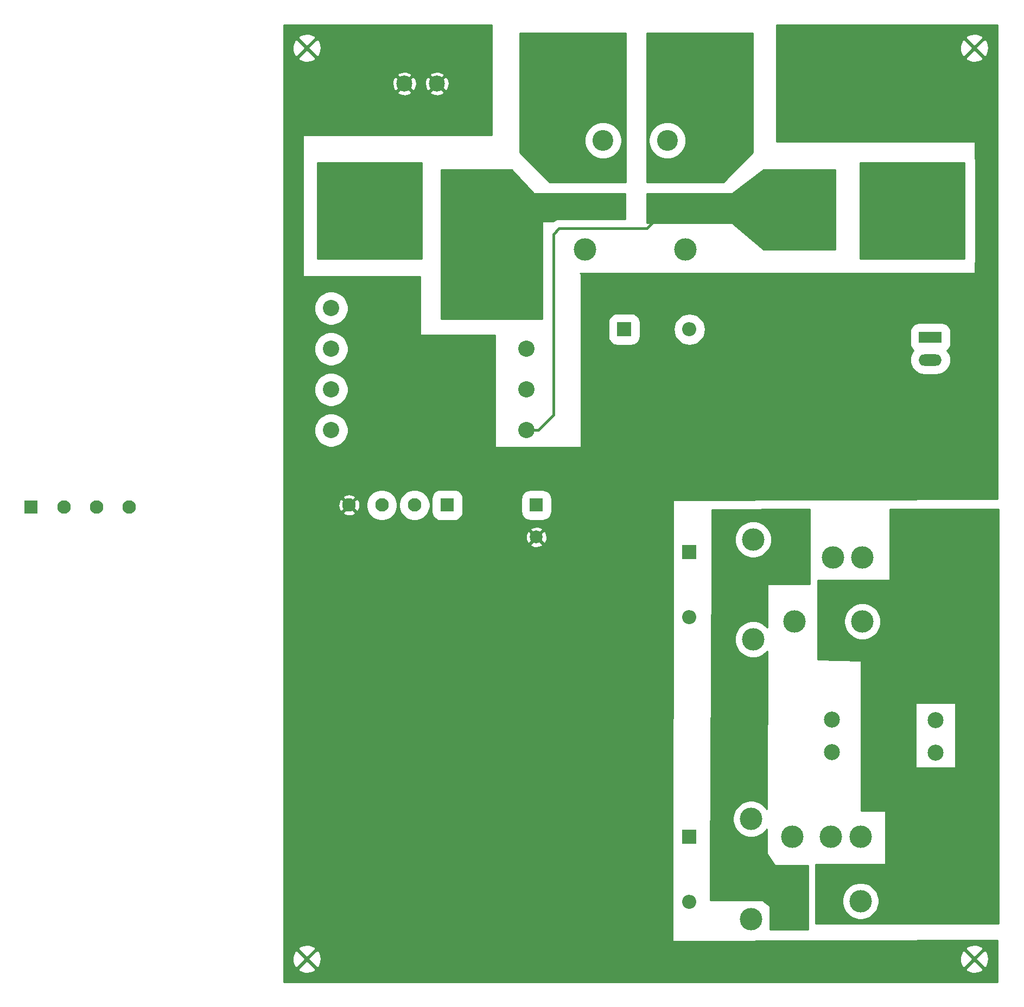
<source format=gbr>
G04 #@! TF.GenerationSoftware,KiCad,Pcbnew,(5.1.0)-1*
G04 #@! TF.CreationDate,2019-03-27T23:46:10-05:00*
G04 #@! TF.ProjectId,LatheControl,4c617468-6543-46f6-9e74-726f6c2e6b69,rev?*
G04 #@! TF.SameCoordinates,Original*
G04 #@! TF.FileFunction,Copper,L2,Bot*
G04 #@! TF.FilePolarity,Positive*
%FSLAX46Y46*%
G04 Gerber Fmt 4.6, Leading zero omitted, Abs format (unit mm)*
G04 Created by KiCad (PCBNEW (5.1.0)-1) date 2019-03-27 23:46:10*
%MOMM*%
%LPD*%
G04 APERTURE LIST*
%ADD10C,2.540000*%
%ADD11R,2.000000X2.000000*%
%ADD12C,2.000000*%
%ADD13R,2.200000X2.200000*%
%ADD14O,2.200000X2.200000*%
%ADD15R,3.600000X1.800000*%
%ADD16O,3.600000X1.800000*%
%ADD17C,3.500000*%
%ADD18C,2.500000*%
%ADD19C,3.250000*%
%ADD20R,2.100000X2.100000*%
%ADD21C,2.100000*%
%ADD22C,0.800000*%
%ADD23C,0.381000*%
%ADD24C,0.254000*%
G04 APERTURE END LIST*
D10*
X85090000Y-71120000D03*
X85090000Y-77470000D03*
X85090000Y-83820000D03*
X85090000Y-90170000D03*
X115570000Y-71120000D03*
X115570000Y-77470000D03*
X115570000Y-83820000D03*
X115570000Y-90170000D03*
D11*
X117094000Y-101854000D03*
D12*
X117094000Y-106854000D03*
D13*
X130810000Y-74422000D03*
D14*
X140970000Y-74422000D03*
D15*
X178562000Y-75692000D03*
D16*
X178562000Y-79192000D03*
D12*
X171083000Y-55880000D03*
X176083000Y-55880000D03*
X161083000Y-55880000D03*
X156083000Y-55880000D03*
X95363000Y-55880000D03*
X90363000Y-55880000D03*
X105363000Y-55880000D03*
X110363000Y-55880000D03*
D13*
X140970000Y-109220000D03*
D14*
X140970000Y-119380000D03*
D13*
X140970000Y-153670000D03*
D14*
X140970000Y-163830000D03*
D17*
X157364999Y-120015001D03*
X163364999Y-120015001D03*
X167964999Y-120015001D03*
X167964999Y-110015001D03*
X163364999Y-110015001D03*
X157364999Y-110015001D03*
X150914999Y-122815001D03*
X150914999Y-107215001D03*
X157068000Y-163670000D03*
X163068000Y-163670000D03*
X167668000Y-163670000D03*
X167668000Y-153670000D03*
X163068000Y-153670000D03*
X157068000Y-153670000D03*
X150618000Y-166470000D03*
X150618000Y-150870000D03*
D18*
X181483000Y-53340000D03*
X181483000Y-58420000D03*
X84963000Y-58420000D03*
X84963000Y-53340000D03*
X125095000Y-31115000D03*
X120015000Y-31115000D03*
X145415000Y-31115000D03*
X140335000Y-31115000D03*
D17*
X124714000Y-61976000D03*
X140314000Y-61976000D03*
D19*
X127514000Y-55526000D03*
X127514000Y-49526000D03*
X127514000Y-44926000D03*
X137514000Y-44926000D03*
X137514000Y-49526000D03*
X137514000Y-55526000D03*
D18*
X96520000Y-36068000D03*
X101600000Y-36068000D03*
D20*
X103184000Y-101854000D03*
D21*
X98084000Y-101854000D03*
X87884000Y-101854000D03*
X92984000Y-101854000D03*
X48466501Y-102129501D03*
X53566501Y-102129501D03*
X43366501Y-102129501D03*
D20*
X38266501Y-102129501D03*
D18*
X179387500Y-140525500D03*
X179387500Y-135445500D03*
X179324000Y-115189000D03*
X179324000Y-120269000D03*
X163195000Y-140462000D03*
X163195000Y-135382000D03*
X149225000Y-140208000D03*
X149225000Y-135128000D03*
D22*
X125857000Y-87376000D03*
X148336000Y-83058000D03*
X85471000Y-110871000D03*
X104965500Y-112077500D03*
X101473000Y-112776000D03*
X99568000Y-110807500D03*
X102870000Y-50165000D03*
X105410000Y-50165000D03*
X107950000Y-50165000D03*
X110490000Y-50165000D03*
X113030000Y-50165000D03*
X102870000Y-52705000D03*
X102870000Y-55245000D03*
X102870000Y-57785000D03*
X102870000Y-60325000D03*
X102870000Y-62865000D03*
X102870000Y-65405000D03*
X102870000Y-67945000D03*
X102870000Y-70485000D03*
X102870000Y-72263000D03*
X117221000Y-57785000D03*
X117221000Y-60325000D03*
X117221000Y-62865000D03*
X117221000Y-65405000D03*
X117221000Y-67945000D03*
X105410000Y-72263000D03*
X107950000Y-72263000D03*
X110490000Y-72136000D03*
X113030000Y-72136000D03*
X115062000Y-52578000D03*
X115062000Y-28702000D03*
X117602000Y-28702000D03*
X120142000Y-28702000D03*
X122682000Y-28702000D03*
X125222000Y-28702000D03*
X127762000Y-28702000D03*
X130302000Y-28702000D03*
X115062000Y-31242000D03*
X115062000Y-33782000D03*
X115062000Y-36322000D03*
X115062000Y-38862000D03*
X115062000Y-41402000D03*
X115062000Y-43942000D03*
X115062000Y-46482000D03*
X130302000Y-31242000D03*
X130302000Y-33782000D03*
X130302000Y-36322000D03*
X130302000Y-38862000D03*
X130302000Y-41402000D03*
X117602000Y-49022000D03*
X119634000Y-50800000D03*
X122682000Y-50800000D03*
X134874000Y-28702000D03*
X137414000Y-28702000D03*
X139954000Y-28702000D03*
X142494000Y-28702000D03*
X145034000Y-28702000D03*
X147574000Y-28702000D03*
X150114000Y-28702000D03*
X134874000Y-31242000D03*
X150114000Y-31242000D03*
X134874000Y-33782000D03*
X150114000Y-33782000D03*
X134874000Y-36322000D03*
X150114000Y-36322000D03*
X134874000Y-38862000D03*
X150114000Y-38862000D03*
X134874000Y-41402000D03*
X150114000Y-41402000D03*
X150114000Y-43942000D03*
X150368000Y-46482000D03*
X147574000Y-49022000D03*
X145034000Y-50800000D03*
X142494000Y-50800000D03*
X152781000Y-50165000D03*
X155321000Y-50165000D03*
X157861000Y-50165000D03*
X160401000Y-50165000D03*
X162941000Y-50165000D03*
X152908000Y-61341000D03*
X155448000Y-61341000D03*
X157988000Y-61341000D03*
X160528000Y-61341000D03*
X163068000Y-61341000D03*
X162941000Y-53086000D03*
X162941000Y-58674000D03*
X150622000Y-51943000D03*
X150622000Y-59309000D03*
X183134000Y-55880000D03*
X168402000Y-49022000D03*
X170942000Y-49022000D03*
X173482000Y-49022000D03*
X176022000Y-49022000D03*
X178562000Y-49022000D03*
X181102000Y-49022000D03*
X183134000Y-49022000D03*
X168402000Y-62738000D03*
X170942000Y-62738000D03*
X173482000Y-62738000D03*
X176022000Y-62738000D03*
X178562000Y-62738000D03*
X181102000Y-62738000D03*
X183134000Y-62738000D03*
X168402000Y-55880000D03*
X168402000Y-58674000D03*
X168402000Y-53086000D03*
X168402000Y-51054000D03*
X168402000Y-60706000D03*
X183134000Y-60706000D03*
X183134000Y-51054000D03*
X83566000Y-49022000D03*
X83566000Y-62738000D03*
X98552000Y-62738000D03*
X86106000Y-62738000D03*
X88646000Y-62738000D03*
X91186000Y-62738000D03*
X93726000Y-62738000D03*
X96266000Y-62738000D03*
X86106000Y-49022000D03*
X88646000Y-49022000D03*
X91186000Y-49022000D03*
X93726000Y-49022000D03*
X96266000Y-49022000D03*
X98552000Y-49022000D03*
X98552000Y-55880000D03*
X98552000Y-58166000D03*
X98552000Y-60706000D03*
X98552000Y-53340000D03*
X98552000Y-51054000D03*
X83566000Y-60706000D03*
X83566000Y-51054000D03*
X83566000Y-55880000D03*
D23*
X115570000Y-90170000D02*
X117366051Y-90170000D01*
X117366051Y-90170000D02*
X119761000Y-87775051D01*
X119761000Y-59563000D02*
X119761000Y-60452000D01*
X120650000Y-58674000D02*
X119761000Y-59563000D01*
X134366000Y-58674000D02*
X120650000Y-58674000D01*
X137514000Y-55526000D02*
X134366000Y-58674000D01*
X119761000Y-87775051D02*
X119761000Y-60452000D01*
X119761000Y-60452000D02*
X119761000Y-60198000D01*
D24*
G36*
X183896000Y-63373000D02*
G01*
X167640000Y-63373000D01*
X167640000Y-48387000D01*
X183896000Y-48387000D01*
X183896000Y-63373000D01*
X183896000Y-63373000D01*
G37*
X183896000Y-63373000D02*
X167640000Y-63373000D01*
X167640000Y-48387000D01*
X183896000Y-48387000D01*
X183896000Y-63373000D01*
G36*
X99187000Y-63373000D02*
G01*
X82931000Y-63373000D01*
X82931000Y-48387000D01*
X99187000Y-48387000D01*
X99187000Y-63373000D01*
X99187000Y-63373000D01*
G37*
X99187000Y-63373000D02*
X82931000Y-63373000D01*
X82931000Y-48387000D01*
X99187000Y-48387000D01*
X99187000Y-63373000D01*
G36*
X131064000Y-51435000D02*
G01*
X119178606Y-51435000D01*
X114554000Y-46810394D01*
X114554000Y-44640178D01*
X124612000Y-44640178D01*
X124612000Y-45211822D01*
X124723522Y-45772482D01*
X124942281Y-46300613D01*
X125259869Y-46775917D01*
X125664083Y-47180131D01*
X126139387Y-47497719D01*
X126667518Y-47716478D01*
X127228178Y-47828000D01*
X127799822Y-47828000D01*
X128360482Y-47716478D01*
X128888613Y-47497719D01*
X129363917Y-47180131D01*
X129768131Y-46775917D01*
X130085719Y-46300613D01*
X130304478Y-45772482D01*
X130416000Y-45211822D01*
X130416000Y-44640178D01*
X130304478Y-44079518D01*
X130085719Y-43551387D01*
X129768131Y-43076083D01*
X129363917Y-42671869D01*
X128888613Y-42354281D01*
X128360482Y-42135522D01*
X127799822Y-42024000D01*
X127228178Y-42024000D01*
X126667518Y-42135522D01*
X126139387Y-42354281D01*
X125664083Y-42671869D01*
X125259869Y-43076083D01*
X124942281Y-43551387D01*
X124723522Y-44079518D01*
X124612000Y-44640178D01*
X114554000Y-44640178D01*
X114554000Y-28194000D01*
X131064000Y-28194000D01*
X131064000Y-51435000D01*
X131064000Y-51435000D01*
G37*
X131064000Y-51435000D02*
X119178606Y-51435000D01*
X114554000Y-46810394D01*
X114554000Y-44640178D01*
X124612000Y-44640178D01*
X124612000Y-45211822D01*
X124723522Y-45772482D01*
X124942281Y-46300613D01*
X125259869Y-46775917D01*
X125664083Y-47180131D01*
X126139387Y-47497719D01*
X126667518Y-47716478D01*
X127228178Y-47828000D01*
X127799822Y-47828000D01*
X128360482Y-47716478D01*
X128888613Y-47497719D01*
X129363917Y-47180131D01*
X129768131Y-46775917D01*
X130085719Y-46300613D01*
X130304478Y-45772482D01*
X130416000Y-45211822D01*
X130416000Y-44640178D01*
X130304478Y-44079518D01*
X130085719Y-43551387D01*
X129768131Y-43076083D01*
X129363917Y-42671869D01*
X128888613Y-42354281D01*
X128360482Y-42135522D01*
X127799822Y-42024000D01*
X127228178Y-42024000D01*
X126667518Y-42135522D01*
X126139387Y-42354281D01*
X125664083Y-42671869D01*
X125259869Y-43076083D01*
X124942281Y-43551387D01*
X124723522Y-44079518D01*
X124612000Y-44640178D01*
X114554000Y-44640178D01*
X114554000Y-28194000D01*
X131064000Y-28194000D01*
X131064000Y-51435000D01*
G36*
X150876000Y-46810394D02*
G01*
X146251394Y-51435000D01*
X134366000Y-51435000D01*
X134366000Y-44640178D01*
X134612000Y-44640178D01*
X134612000Y-45211822D01*
X134723522Y-45772482D01*
X134942281Y-46300613D01*
X135259869Y-46775917D01*
X135664083Y-47180131D01*
X136139387Y-47497719D01*
X136667518Y-47716478D01*
X137228178Y-47828000D01*
X137799822Y-47828000D01*
X138360482Y-47716478D01*
X138888613Y-47497719D01*
X139363917Y-47180131D01*
X139768131Y-46775917D01*
X140085719Y-46300613D01*
X140304478Y-45772482D01*
X140416000Y-45211822D01*
X140416000Y-44640178D01*
X140304478Y-44079518D01*
X140085719Y-43551387D01*
X139768131Y-43076083D01*
X139363917Y-42671869D01*
X138888613Y-42354281D01*
X138360482Y-42135522D01*
X137799822Y-42024000D01*
X137228178Y-42024000D01*
X136667518Y-42135522D01*
X136139387Y-42354281D01*
X135664083Y-42671869D01*
X135259869Y-43076083D01*
X134942281Y-43551387D01*
X134723522Y-44079518D01*
X134612000Y-44640178D01*
X134366000Y-44640178D01*
X134366000Y-28194000D01*
X150876000Y-28194000D01*
X150876000Y-46810394D01*
X150876000Y-46810394D01*
G37*
X150876000Y-46810394D02*
X146251394Y-51435000D01*
X134366000Y-51435000D01*
X134366000Y-44640178D01*
X134612000Y-44640178D01*
X134612000Y-45211822D01*
X134723522Y-45772482D01*
X134942281Y-46300613D01*
X135259869Y-46775917D01*
X135664083Y-47180131D01*
X136139387Y-47497719D01*
X136667518Y-47716478D01*
X137228178Y-47828000D01*
X137799822Y-47828000D01*
X138360482Y-47716478D01*
X138888613Y-47497719D01*
X139363917Y-47180131D01*
X139768131Y-46775917D01*
X140085719Y-46300613D01*
X140304478Y-45772482D01*
X140416000Y-45211822D01*
X140416000Y-44640178D01*
X140304478Y-44079518D01*
X140085719Y-43551387D01*
X139768131Y-43076083D01*
X139363917Y-42671869D01*
X138888613Y-42354281D01*
X138360482Y-42135522D01*
X137799822Y-42024000D01*
X137228178Y-42024000D01*
X136667518Y-42135522D01*
X136139387Y-42354281D01*
X135664083Y-42671869D01*
X135259869Y-43076083D01*
X134942281Y-43551387D01*
X134723522Y-44079518D01*
X134612000Y-44640178D01*
X134366000Y-44640178D01*
X134366000Y-28194000D01*
X150876000Y-28194000D01*
X150876000Y-46810394D01*
G36*
X163703000Y-61976000D02*
G01*
X152573521Y-61976000D01*
X147656035Y-57815050D01*
X147635544Y-57800909D01*
X147612689Y-57791037D01*
X147588347Y-57785813D01*
X147574000Y-57785000D01*
X134304182Y-57785000D01*
X134364340Y-53213000D01*
X147574000Y-53213000D01*
X147598776Y-53210560D01*
X147622601Y-53203333D01*
X147649781Y-53187913D01*
X152569043Y-49530000D01*
X163703000Y-49530000D01*
X163703000Y-61976000D01*
X163703000Y-61976000D01*
G37*
X163703000Y-61976000D02*
X152573521Y-61976000D01*
X147656035Y-57815050D01*
X147635544Y-57800909D01*
X147612689Y-57791037D01*
X147588347Y-57785813D01*
X147574000Y-57785000D01*
X134304182Y-57785000D01*
X134364340Y-53213000D01*
X147574000Y-53213000D01*
X147598776Y-53210560D01*
X147622601Y-53203333D01*
X147649781Y-53187913D01*
X152569043Y-49530000D01*
X163703000Y-49530000D01*
X163703000Y-61976000D01*
G36*
X116620049Y-53172540D02*
G01*
X116638719Y-53189011D01*
X116660242Y-53201523D01*
X116683794Y-53209596D01*
X116713000Y-53213000D01*
X130937000Y-53213000D01*
X130937000Y-57206500D01*
X120722088Y-57206500D01*
X120650000Y-57199400D01*
X120362320Y-57227734D01*
X120085694Y-57311647D01*
X119830756Y-57447915D01*
X119729516Y-57531000D01*
X118110000Y-57531000D01*
X118085224Y-57533440D01*
X118061399Y-57540667D01*
X118039443Y-57552403D01*
X118020197Y-57568197D01*
X118004403Y-57587443D01*
X117992667Y-57609399D01*
X117985440Y-57633224D01*
X117983000Y-57658000D01*
X117983000Y-72771000D01*
X102235000Y-72771000D01*
X102235000Y-49530000D01*
X113228719Y-49530000D01*
X116620049Y-53172540D01*
X116620049Y-53172540D01*
G37*
X116620049Y-53172540D02*
X116638719Y-53189011D01*
X116660242Y-53201523D01*
X116683794Y-53209596D01*
X116713000Y-53213000D01*
X130937000Y-53213000D01*
X130937000Y-57206500D01*
X120722088Y-57206500D01*
X120650000Y-57199400D01*
X120362320Y-57227734D01*
X120085694Y-57311647D01*
X119830756Y-57447915D01*
X119729516Y-57531000D01*
X118110000Y-57531000D01*
X118085224Y-57533440D01*
X118061399Y-57540667D01*
X118039443Y-57552403D01*
X118020197Y-57568197D01*
X118004403Y-57587443D01*
X117992667Y-57609399D01*
X117985440Y-57633224D01*
X117983000Y-57658000D01*
X117983000Y-72771000D01*
X102235000Y-72771000D01*
X102235000Y-49530000D01*
X113228719Y-49530000D01*
X116620049Y-53172540D01*
G36*
X110130403Y-26853443D02*
G01*
X110118667Y-26875399D01*
X110111440Y-26899224D01*
X110109000Y-26924000D01*
X110109000Y-44069000D01*
X80772000Y-44069000D01*
X80747224Y-44071440D01*
X80723399Y-44078667D01*
X80701443Y-44090403D01*
X80682197Y-44106197D01*
X80666403Y-44125443D01*
X80654667Y-44147399D01*
X80647440Y-44171224D01*
X80645000Y-44196000D01*
X80645000Y-66040000D01*
X80647440Y-66064776D01*
X80654667Y-66088601D01*
X80666403Y-66110557D01*
X80682197Y-66129803D01*
X80701443Y-66145597D01*
X80723399Y-66157333D01*
X80747224Y-66164560D01*
X80772000Y-66167000D01*
X98933000Y-66167000D01*
X98933000Y-75184000D01*
X98935440Y-75208776D01*
X98942667Y-75232601D01*
X98954403Y-75254557D01*
X98970197Y-75273803D01*
X98989443Y-75289597D01*
X99011399Y-75301333D01*
X99035224Y-75308560D01*
X99060000Y-75311000D01*
X110617000Y-75311000D01*
X110617000Y-92710000D01*
X110619440Y-92734776D01*
X110626667Y-92758601D01*
X110638403Y-92780557D01*
X110654197Y-92799803D01*
X110673443Y-92815597D01*
X110695399Y-92827333D01*
X110719224Y-92834560D01*
X110744000Y-92837000D01*
X123952000Y-92837000D01*
X123976776Y-92834560D01*
X124000601Y-92827333D01*
X124022557Y-92815597D01*
X124041803Y-92799803D01*
X124057597Y-92780557D01*
X124069333Y-92758601D01*
X124076560Y-92734776D01*
X124079000Y-92710000D01*
X124079000Y-79192000D01*
X175373983Y-79192000D01*
X175417947Y-79638370D01*
X175548148Y-80067586D01*
X175759583Y-80463154D01*
X176044128Y-80809872D01*
X176390846Y-81094417D01*
X176786414Y-81305852D01*
X177215630Y-81436053D01*
X177550144Y-81469000D01*
X179573856Y-81469000D01*
X179908370Y-81436053D01*
X180337586Y-81305852D01*
X180733154Y-81094417D01*
X181079872Y-80809872D01*
X181364417Y-80463154D01*
X181575852Y-80067586D01*
X181706053Y-79638370D01*
X181750017Y-79192000D01*
X181706053Y-78745630D01*
X181575852Y-78316414D01*
X181364417Y-77920846D01*
X181182892Y-77699658D01*
X181340397Y-77570397D01*
X181512473Y-77360721D01*
X181640337Y-77121505D01*
X181719075Y-76861939D01*
X181745662Y-76592000D01*
X181745662Y-74792000D01*
X181719075Y-74522061D01*
X181640337Y-74262495D01*
X181512473Y-74023279D01*
X181340397Y-73813603D01*
X181130721Y-73641527D01*
X180891505Y-73513663D01*
X180631939Y-73434925D01*
X180362000Y-73408338D01*
X176762000Y-73408338D01*
X176492061Y-73434925D01*
X176232495Y-73513663D01*
X175993279Y-73641527D01*
X175783603Y-73813603D01*
X175611527Y-74023279D01*
X175483663Y-74262495D01*
X175404925Y-74522061D01*
X175378338Y-74792000D01*
X175378338Y-76592000D01*
X175404925Y-76861939D01*
X175483663Y-77121505D01*
X175611527Y-77360721D01*
X175783603Y-77570397D01*
X175941108Y-77699658D01*
X175759583Y-77920846D01*
X175548148Y-78316414D01*
X175417947Y-78745630D01*
X175373983Y-79192000D01*
X124079000Y-79192000D01*
X124079000Y-73322000D01*
X128326338Y-73322000D01*
X128326338Y-75522000D01*
X128352925Y-75791939D01*
X128431663Y-76051505D01*
X128559527Y-76290721D01*
X128731603Y-76500397D01*
X128941279Y-76672473D01*
X129180495Y-76800337D01*
X129440061Y-76879075D01*
X129710000Y-76905662D01*
X131910000Y-76905662D01*
X132179939Y-76879075D01*
X132439505Y-76800337D01*
X132678721Y-76672473D01*
X132888397Y-76500397D01*
X133060473Y-76290721D01*
X133188337Y-76051505D01*
X133267075Y-75791939D01*
X133293662Y-75522000D01*
X133293662Y-74422000D01*
X138481015Y-74422000D01*
X138528840Y-74907577D01*
X138670478Y-75374493D01*
X138900485Y-75804806D01*
X139210022Y-76181978D01*
X139587194Y-76491515D01*
X140017507Y-76721522D01*
X140484423Y-76863160D01*
X140848314Y-76899000D01*
X141091686Y-76899000D01*
X141455577Y-76863160D01*
X141922493Y-76721522D01*
X142352806Y-76491515D01*
X142729978Y-76181978D01*
X143039515Y-75804806D01*
X143269522Y-75374493D01*
X143411160Y-74907577D01*
X143458985Y-74422000D01*
X143411160Y-73936423D01*
X143269522Y-73469507D01*
X143039515Y-73039194D01*
X142729978Y-72662022D01*
X142352806Y-72352485D01*
X141922493Y-72122478D01*
X141455577Y-71980840D01*
X141091686Y-71945000D01*
X140848314Y-71945000D01*
X140484423Y-71980840D01*
X140017507Y-72122478D01*
X139587194Y-72352485D01*
X139210022Y-72662022D01*
X138900485Y-73039194D01*
X138670478Y-73469507D01*
X138528840Y-73936423D01*
X138481015Y-74422000D01*
X133293662Y-74422000D01*
X133293662Y-73322000D01*
X133267075Y-73052061D01*
X133188337Y-72792495D01*
X133060473Y-72553279D01*
X132888397Y-72343603D01*
X132678721Y-72171527D01*
X132439505Y-72043663D01*
X132179939Y-71964925D01*
X131910000Y-71938338D01*
X129710000Y-71938338D01*
X129440061Y-71964925D01*
X129180495Y-72043663D01*
X128941279Y-72171527D01*
X128731603Y-72343603D01*
X128559527Y-72553279D01*
X128431663Y-72792495D01*
X128352925Y-73052061D01*
X128326338Y-73322000D01*
X124079000Y-73322000D01*
X124079000Y-65786000D01*
X124076560Y-65761224D01*
X124069333Y-65737399D01*
X124057597Y-65715443D01*
X124041803Y-65696197D01*
X124022557Y-65680403D01*
X124000601Y-65668667D01*
X123976776Y-65661440D01*
X123952000Y-65659000D01*
X185420000Y-65659000D01*
X185444776Y-65656560D01*
X185468601Y-65649333D01*
X185490557Y-65637597D01*
X185509803Y-65621803D01*
X185525597Y-65602557D01*
X185537333Y-65580601D01*
X185544560Y-65556776D01*
X185547000Y-65532000D01*
X185547000Y-64053900D01*
X185618738Y-63817412D01*
X185650000Y-63500000D01*
X185650000Y-48260000D01*
X185618738Y-47942588D01*
X185547000Y-47706100D01*
X185547000Y-45212000D01*
X185544560Y-45187224D01*
X185537333Y-45163399D01*
X185525597Y-45141443D01*
X185509803Y-45122197D01*
X185490557Y-45106403D01*
X185468601Y-45094667D01*
X185444776Y-45087440D01*
X185420000Y-45085000D01*
X154559000Y-45085000D01*
X154559000Y-32042845D01*
X184036761Y-32042845D01*
X184204802Y-32368643D01*
X184596607Y-32569426D01*
X185020055Y-32689914D01*
X185458873Y-32725476D01*
X185896197Y-32674746D01*
X186315221Y-32539674D01*
X186635198Y-32368643D01*
X186803239Y-32042845D01*
X185420000Y-30659605D01*
X184036761Y-32042845D01*
X154559000Y-32042845D01*
X154559000Y-30518873D01*
X183174524Y-30518873D01*
X183225254Y-30956197D01*
X183360326Y-31375221D01*
X183531357Y-31695198D01*
X183857155Y-31863239D01*
X185240395Y-30480000D01*
X185599605Y-30480000D01*
X186982845Y-31863239D01*
X187308643Y-31695198D01*
X187509426Y-31303393D01*
X187629914Y-30879945D01*
X187665476Y-30441127D01*
X187614746Y-30003803D01*
X187479674Y-29584779D01*
X187308643Y-29264802D01*
X186982845Y-29096761D01*
X185599605Y-30480000D01*
X185240395Y-30480000D01*
X183857155Y-29096761D01*
X183531357Y-29264802D01*
X183330574Y-29656607D01*
X183210086Y-30080055D01*
X183174524Y-30518873D01*
X154559000Y-30518873D01*
X154559000Y-28917155D01*
X184036761Y-28917155D01*
X185420000Y-30300395D01*
X186803239Y-28917155D01*
X186635198Y-28591357D01*
X186243393Y-28390574D01*
X185819945Y-28270086D01*
X185381127Y-28234524D01*
X184943803Y-28285254D01*
X184524779Y-28420326D01*
X184204802Y-28591357D01*
X184036761Y-28917155D01*
X154559000Y-28917155D01*
X154559000Y-26924000D01*
X154556560Y-26899224D01*
X154549333Y-26875399D01*
X154537597Y-26853443D01*
X154536413Y-26852000D01*
X189048001Y-26852000D01*
X189048001Y-100905746D01*
X138522263Y-101060251D01*
X138497494Y-101062767D01*
X138473692Y-101070066D01*
X138451771Y-101081870D01*
X138432574Y-101097722D01*
X138416839Y-101117016D01*
X138405170Y-101139008D01*
X138398016Y-101162855D01*
X138395651Y-101187142D01*
X138337350Y-169830642D01*
X138339769Y-169855421D01*
X138346976Y-169879251D01*
X138358693Y-169901218D01*
X138374471Y-169920476D01*
X138393703Y-169936287D01*
X138415650Y-169948041D01*
X138439468Y-169955289D01*
X138464738Y-169957749D01*
X189048000Y-169803052D01*
X189048000Y-176348000D01*
X77652000Y-176348000D01*
X77652000Y-174282845D01*
X79896761Y-174282845D01*
X80064802Y-174608643D01*
X80456607Y-174809426D01*
X80880055Y-174929914D01*
X81318873Y-174965476D01*
X81756197Y-174914746D01*
X82175221Y-174779674D01*
X82495198Y-174608643D01*
X82663239Y-174282845D01*
X184036761Y-174282845D01*
X184204802Y-174608643D01*
X184596607Y-174809426D01*
X185020055Y-174929914D01*
X185458873Y-174965476D01*
X185896197Y-174914746D01*
X186315221Y-174779674D01*
X186635198Y-174608643D01*
X186803239Y-174282845D01*
X185420000Y-172899605D01*
X184036761Y-174282845D01*
X82663239Y-174282845D01*
X81280000Y-172899605D01*
X79896761Y-174282845D01*
X77652000Y-174282845D01*
X77652000Y-172758873D01*
X79034524Y-172758873D01*
X79085254Y-173196197D01*
X79220326Y-173615221D01*
X79391357Y-173935198D01*
X79717155Y-174103239D01*
X81100395Y-172720000D01*
X81459605Y-172720000D01*
X82842845Y-174103239D01*
X83168643Y-173935198D01*
X83369426Y-173543393D01*
X83489914Y-173119945D01*
X83519175Y-172758873D01*
X183174524Y-172758873D01*
X183225254Y-173196197D01*
X183360326Y-173615221D01*
X183531357Y-173935198D01*
X183857155Y-174103239D01*
X185240395Y-172720000D01*
X185599605Y-172720000D01*
X186982845Y-174103239D01*
X187308643Y-173935198D01*
X187509426Y-173543393D01*
X187629914Y-173119945D01*
X187665476Y-172681127D01*
X187614746Y-172243803D01*
X187479674Y-171824779D01*
X187308643Y-171504802D01*
X186982845Y-171336761D01*
X185599605Y-172720000D01*
X185240395Y-172720000D01*
X183857155Y-171336761D01*
X183531357Y-171504802D01*
X183330574Y-171896607D01*
X183210086Y-172320055D01*
X183174524Y-172758873D01*
X83519175Y-172758873D01*
X83525476Y-172681127D01*
X83474746Y-172243803D01*
X83339674Y-171824779D01*
X83168643Y-171504802D01*
X82842845Y-171336761D01*
X81459605Y-172720000D01*
X81100395Y-172720000D01*
X79717155Y-171336761D01*
X79391357Y-171504802D01*
X79190574Y-171896607D01*
X79070086Y-172320055D01*
X79034524Y-172758873D01*
X77652000Y-172758873D01*
X77652000Y-171157155D01*
X79896761Y-171157155D01*
X81280000Y-172540395D01*
X82663239Y-171157155D01*
X184036761Y-171157155D01*
X185420000Y-172540395D01*
X186803239Y-171157155D01*
X186635198Y-170831357D01*
X186243393Y-170630574D01*
X185819945Y-170510086D01*
X185381127Y-170474524D01*
X184943803Y-170525254D01*
X184524779Y-170660326D01*
X184204802Y-170831357D01*
X184036761Y-171157155D01*
X82663239Y-171157155D01*
X82495198Y-170831357D01*
X82103393Y-170630574D01*
X81679945Y-170510086D01*
X81241127Y-170474524D01*
X80803803Y-170525254D01*
X80384779Y-170660326D01*
X80064802Y-170831357D01*
X79896761Y-171157155D01*
X77652000Y-171157155D01*
X77652000Y-107989413D01*
X116138192Y-107989413D01*
X116233956Y-108253814D01*
X116523571Y-108394704D01*
X116835108Y-108476384D01*
X117156595Y-108495718D01*
X117475675Y-108451961D01*
X117780088Y-108346795D01*
X117954044Y-108253814D01*
X118049808Y-107989413D01*
X117094000Y-107033605D01*
X116138192Y-107989413D01*
X77652000Y-107989413D01*
X77652000Y-106916595D01*
X115452282Y-106916595D01*
X115496039Y-107235675D01*
X115601205Y-107540088D01*
X115694186Y-107714044D01*
X115958587Y-107809808D01*
X116914395Y-106854000D01*
X117273605Y-106854000D01*
X118229413Y-107809808D01*
X118493814Y-107714044D01*
X118634704Y-107424429D01*
X118716384Y-107112892D01*
X118735718Y-106791405D01*
X118691961Y-106472325D01*
X118586795Y-106167912D01*
X118493814Y-105993956D01*
X118229413Y-105898192D01*
X117273605Y-106854000D01*
X116914395Y-106854000D01*
X115958587Y-105898192D01*
X115694186Y-105993956D01*
X115553296Y-106283571D01*
X115471616Y-106595108D01*
X115452282Y-106916595D01*
X77652000Y-106916595D01*
X77652000Y-105718587D01*
X116138192Y-105718587D01*
X117094000Y-106674395D01*
X118049808Y-105718587D01*
X117954044Y-105454186D01*
X117664429Y-105313296D01*
X117352892Y-105231616D01*
X117031405Y-105212282D01*
X116712325Y-105256039D01*
X116407912Y-105361205D01*
X116233956Y-105454186D01*
X116138192Y-105718587D01*
X77652000Y-105718587D01*
X77652000Y-103025066D01*
X86892539Y-103025066D01*
X86994339Y-103294579D01*
X87292477Y-103440463D01*
X87613346Y-103525380D01*
X87944617Y-103546066D01*
X88273557Y-103501728D01*
X88587527Y-103394069D01*
X88773661Y-103294579D01*
X88875461Y-103025066D01*
X87884000Y-102033605D01*
X86892539Y-103025066D01*
X77652000Y-103025066D01*
X77652000Y-101914617D01*
X86191934Y-101914617D01*
X86236272Y-102243557D01*
X86343931Y-102557527D01*
X86443421Y-102743661D01*
X86712934Y-102845461D01*
X87704395Y-101854000D01*
X88063605Y-101854000D01*
X89055066Y-102845461D01*
X89324579Y-102743661D01*
X89470463Y-102445523D01*
X89555380Y-102124654D01*
X89576066Y-101793383D01*
X89552017Y-101614961D01*
X90557000Y-101614961D01*
X90557000Y-102093039D01*
X90650268Y-102561930D01*
X90833221Y-103003615D01*
X91098826Y-103401122D01*
X91436878Y-103739174D01*
X91834385Y-104004779D01*
X92276070Y-104187732D01*
X92744961Y-104281000D01*
X93223039Y-104281000D01*
X93691930Y-104187732D01*
X94133615Y-104004779D01*
X94531122Y-103739174D01*
X94869174Y-103401122D01*
X95134779Y-103003615D01*
X95317732Y-102561930D01*
X95411000Y-102093039D01*
X95411000Y-101614961D01*
X95657000Y-101614961D01*
X95657000Y-102093039D01*
X95750268Y-102561930D01*
X95933221Y-103003615D01*
X96198826Y-103401122D01*
X96536878Y-103739174D01*
X96934385Y-104004779D01*
X97376070Y-104187732D01*
X97844961Y-104281000D01*
X98323039Y-104281000D01*
X98791930Y-104187732D01*
X99233615Y-104004779D01*
X99631122Y-103739174D01*
X99969174Y-103401122D01*
X100234779Y-103003615D01*
X100417732Y-102561930D01*
X100511000Y-102093039D01*
X100511000Y-101614961D01*
X100417732Y-101146070D01*
X100276042Y-100804000D01*
X100750338Y-100804000D01*
X100750338Y-102904000D01*
X100776925Y-103173939D01*
X100855663Y-103433505D01*
X100983527Y-103672721D01*
X101155603Y-103882397D01*
X101365279Y-104054473D01*
X101604495Y-104182337D01*
X101864061Y-104261075D01*
X102134000Y-104287662D01*
X104234000Y-104287662D01*
X104503939Y-104261075D01*
X104763505Y-104182337D01*
X105002721Y-104054473D01*
X105212397Y-103882397D01*
X105384473Y-103672721D01*
X105512337Y-103433505D01*
X105591075Y-103173939D01*
X105617662Y-102904000D01*
X105617662Y-100854000D01*
X114710338Y-100854000D01*
X114710338Y-102854000D01*
X114736925Y-103123939D01*
X114815663Y-103383505D01*
X114943527Y-103622721D01*
X115115603Y-103832397D01*
X115325279Y-104004473D01*
X115564495Y-104132337D01*
X115824061Y-104211075D01*
X116094000Y-104237662D01*
X118094000Y-104237662D01*
X118363939Y-104211075D01*
X118623505Y-104132337D01*
X118862721Y-104004473D01*
X119072397Y-103832397D01*
X119244473Y-103622721D01*
X119372337Y-103383505D01*
X119451075Y-103123939D01*
X119477662Y-102854000D01*
X119477662Y-100854000D01*
X119451075Y-100584061D01*
X119372337Y-100324495D01*
X119244473Y-100085279D01*
X119072397Y-99875603D01*
X118862721Y-99703527D01*
X118623505Y-99575663D01*
X118363939Y-99496925D01*
X118094000Y-99470338D01*
X116094000Y-99470338D01*
X115824061Y-99496925D01*
X115564495Y-99575663D01*
X115325279Y-99703527D01*
X115115603Y-99875603D01*
X114943527Y-100085279D01*
X114815663Y-100324495D01*
X114736925Y-100584061D01*
X114710338Y-100854000D01*
X105617662Y-100854000D01*
X105617662Y-100804000D01*
X105591075Y-100534061D01*
X105512337Y-100274495D01*
X105384473Y-100035279D01*
X105212397Y-99825603D01*
X105002721Y-99653527D01*
X104763505Y-99525663D01*
X104503939Y-99446925D01*
X104234000Y-99420338D01*
X102134000Y-99420338D01*
X101864061Y-99446925D01*
X101604495Y-99525663D01*
X101365279Y-99653527D01*
X101155603Y-99825603D01*
X100983527Y-100035279D01*
X100855663Y-100274495D01*
X100776925Y-100534061D01*
X100750338Y-100804000D01*
X100276042Y-100804000D01*
X100234779Y-100704385D01*
X99969174Y-100306878D01*
X99631122Y-99968826D01*
X99233615Y-99703221D01*
X98791930Y-99520268D01*
X98323039Y-99427000D01*
X97844961Y-99427000D01*
X97376070Y-99520268D01*
X96934385Y-99703221D01*
X96536878Y-99968826D01*
X96198826Y-100306878D01*
X95933221Y-100704385D01*
X95750268Y-101146070D01*
X95657000Y-101614961D01*
X95411000Y-101614961D01*
X95317732Y-101146070D01*
X95134779Y-100704385D01*
X94869174Y-100306878D01*
X94531122Y-99968826D01*
X94133615Y-99703221D01*
X93691930Y-99520268D01*
X93223039Y-99427000D01*
X92744961Y-99427000D01*
X92276070Y-99520268D01*
X91834385Y-99703221D01*
X91436878Y-99968826D01*
X91098826Y-100306878D01*
X90833221Y-100704385D01*
X90650268Y-101146070D01*
X90557000Y-101614961D01*
X89552017Y-101614961D01*
X89531728Y-101464443D01*
X89424069Y-101150473D01*
X89324579Y-100964339D01*
X89055066Y-100862539D01*
X88063605Y-101854000D01*
X87704395Y-101854000D01*
X86712934Y-100862539D01*
X86443421Y-100964339D01*
X86297537Y-101262477D01*
X86212620Y-101583346D01*
X86191934Y-101914617D01*
X77652000Y-101914617D01*
X77652000Y-100682934D01*
X86892539Y-100682934D01*
X87884000Y-101674395D01*
X88875461Y-100682934D01*
X88773661Y-100413421D01*
X88475523Y-100267537D01*
X88154654Y-100182620D01*
X87823383Y-100161934D01*
X87494443Y-100206272D01*
X87180473Y-100313931D01*
X86994339Y-100413421D01*
X86892539Y-100682934D01*
X77652000Y-100682934D01*
X77652000Y-89909293D01*
X82443000Y-89909293D01*
X82443000Y-90430707D01*
X82544722Y-90942102D01*
X82744259Y-91423825D01*
X83033941Y-91857364D01*
X83402636Y-92226059D01*
X83836175Y-92515741D01*
X84317898Y-92715278D01*
X84829293Y-92817000D01*
X85350707Y-92817000D01*
X85862102Y-92715278D01*
X86343825Y-92515741D01*
X86777364Y-92226059D01*
X87146059Y-91857364D01*
X87435741Y-91423825D01*
X87635278Y-90942102D01*
X87737000Y-90430707D01*
X87737000Y-89909293D01*
X87635278Y-89397898D01*
X87435741Y-88916175D01*
X87146059Y-88482636D01*
X86777364Y-88113941D01*
X86343825Y-87824259D01*
X85862102Y-87624722D01*
X85350707Y-87523000D01*
X84829293Y-87523000D01*
X84317898Y-87624722D01*
X83836175Y-87824259D01*
X83402636Y-88113941D01*
X83033941Y-88482636D01*
X82744259Y-88916175D01*
X82544722Y-89397898D01*
X82443000Y-89909293D01*
X77652000Y-89909293D01*
X77652000Y-83559293D01*
X82443000Y-83559293D01*
X82443000Y-84080707D01*
X82544722Y-84592102D01*
X82744259Y-85073825D01*
X83033941Y-85507364D01*
X83402636Y-85876059D01*
X83836175Y-86165741D01*
X84317898Y-86365278D01*
X84829293Y-86467000D01*
X85350707Y-86467000D01*
X85862102Y-86365278D01*
X86343825Y-86165741D01*
X86777364Y-85876059D01*
X87146059Y-85507364D01*
X87435741Y-85073825D01*
X87635278Y-84592102D01*
X87737000Y-84080707D01*
X87737000Y-83559293D01*
X87635278Y-83047898D01*
X87435741Y-82566175D01*
X87146059Y-82132636D01*
X86777364Y-81763941D01*
X86343825Y-81474259D01*
X85862102Y-81274722D01*
X85350707Y-81173000D01*
X84829293Y-81173000D01*
X84317898Y-81274722D01*
X83836175Y-81474259D01*
X83402636Y-81763941D01*
X83033941Y-82132636D01*
X82744259Y-82566175D01*
X82544722Y-83047898D01*
X82443000Y-83559293D01*
X77652000Y-83559293D01*
X77652000Y-77209293D01*
X82443000Y-77209293D01*
X82443000Y-77730707D01*
X82544722Y-78242102D01*
X82744259Y-78723825D01*
X83033941Y-79157364D01*
X83402636Y-79526059D01*
X83836175Y-79815741D01*
X84317898Y-80015278D01*
X84829293Y-80117000D01*
X85350707Y-80117000D01*
X85862102Y-80015278D01*
X86343825Y-79815741D01*
X86777364Y-79526059D01*
X87146059Y-79157364D01*
X87435741Y-78723825D01*
X87635278Y-78242102D01*
X87737000Y-77730707D01*
X87737000Y-77209293D01*
X87635278Y-76697898D01*
X87435741Y-76216175D01*
X87146059Y-75782636D01*
X86777364Y-75413941D01*
X86343825Y-75124259D01*
X85862102Y-74924722D01*
X85350707Y-74823000D01*
X84829293Y-74823000D01*
X84317898Y-74924722D01*
X83836175Y-75124259D01*
X83402636Y-75413941D01*
X83033941Y-75782636D01*
X82744259Y-76216175D01*
X82544722Y-76697898D01*
X82443000Y-77209293D01*
X77652000Y-77209293D01*
X77652000Y-70859293D01*
X82443000Y-70859293D01*
X82443000Y-71380707D01*
X82544722Y-71892102D01*
X82744259Y-72373825D01*
X83033941Y-72807364D01*
X83402636Y-73176059D01*
X83836175Y-73465741D01*
X84317898Y-73665278D01*
X84829293Y-73767000D01*
X85350707Y-73767000D01*
X85862102Y-73665278D01*
X86343825Y-73465741D01*
X86777364Y-73176059D01*
X87146059Y-72807364D01*
X87435741Y-72373825D01*
X87635278Y-71892102D01*
X87737000Y-71380707D01*
X87737000Y-70859293D01*
X87635278Y-70347898D01*
X87435741Y-69866175D01*
X87146059Y-69432636D01*
X86777364Y-69063941D01*
X86343825Y-68774259D01*
X85862102Y-68574722D01*
X85350707Y-68473000D01*
X84829293Y-68473000D01*
X84317898Y-68574722D01*
X83836175Y-68774259D01*
X83402636Y-69063941D01*
X83033941Y-69432636D01*
X82744259Y-69866175D01*
X82544722Y-70347898D01*
X82443000Y-70859293D01*
X77652000Y-70859293D01*
X77652000Y-37381605D01*
X95386000Y-37381605D01*
X95511914Y-37671577D01*
X95844126Y-37837433D01*
X96202312Y-37935290D01*
X96572706Y-37961389D01*
X96941075Y-37914725D01*
X97293262Y-37797094D01*
X97528086Y-37671577D01*
X97654000Y-37381605D01*
X100466000Y-37381605D01*
X100591914Y-37671577D01*
X100924126Y-37837433D01*
X101282312Y-37935290D01*
X101652706Y-37961389D01*
X102021075Y-37914725D01*
X102373262Y-37797094D01*
X102608086Y-37671577D01*
X102734000Y-37381605D01*
X101600000Y-36247605D01*
X100466000Y-37381605D01*
X97654000Y-37381605D01*
X96520000Y-36247605D01*
X95386000Y-37381605D01*
X77652000Y-37381605D01*
X77652000Y-36120706D01*
X94626611Y-36120706D01*
X94673275Y-36489075D01*
X94790906Y-36841262D01*
X94916423Y-37076086D01*
X95206395Y-37202000D01*
X96340395Y-36068000D01*
X96699605Y-36068000D01*
X97833605Y-37202000D01*
X98123577Y-37076086D01*
X98289433Y-36743874D01*
X98387290Y-36385688D01*
X98405961Y-36120706D01*
X99706611Y-36120706D01*
X99753275Y-36489075D01*
X99870906Y-36841262D01*
X99996423Y-37076086D01*
X100286395Y-37202000D01*
X101420395Y-36068000D01*
X101779605Y-36068000D01*
X102913605Y-37202000D01*
X103203577Y-37076086D01*
X103369433Y-36743874D01*
X103467290Y-36385688D01*
X103493389Y-36015294D01*
X103446725Y-35646925D01*
X103329094Y-35294738D01*
X103203577Y-35059914D01*
X102913605Y-34934000D01*
X101779605Y-36068000D01*
X101420395Y-36068000D01*
X100286395Y-34934000D01*
X99996423Y-35059914D01*
X99830567Y-35392126D01*
X99732710Y-35750312D01*
X99706611Y-36120706D01*
X98405961Y-36120706D01*
X98413389Y-36015294D01*
X98366725Y-35646925D01*
X98249094Y-35294738D01*
X98123577Y-35059914D01*
X97833605Y-34934000D01*
X96699605Y-36068000D01*
X96340395Y-36068000D01*
X95206395Y-34934000D01*
X94916423Y-35059914D01*
X94750567Y-35392126D01*
X94652710Y-35750312D01*
X94626611Y-36120706D01*
X77652000Y-36120706D01*
X77652000Y-34754395D01*
X95386000Y-34754395D01*
X96520000Y-35888395D01*
X97654000Y-34754395D01*
X100466000Y-34754395D01*
X101600000Y-35888395D01*
X102734000Y-34754395D01*
X102608086Y-34464423D01*
X102275874Y-34298567D01*
X101917688Y-34200710D01*
X101547294Y-34174611D01*
X101178925Y-34221275D01*
X100826738Y-34338906D01*
X100591914Y-34464423D01*
X100466000Y-34754395D01*
X97654000Y-34754395D01*
X97528086Y-34464423D01*
X97195874Y-34298567D01*
X96837688Y-34200710D01*
X96467294Y-34174611D01*
X96098925Y-34221275D01*
X95746738Y-34338906D01*
X95511914Y-34464423D01*
X95386000Y-34754395D01*
X77652000Y-34754395D01*
X77652000Y-32042845D01*
X79896761Y-32042845D01*
X80064802Y-32368643D01*
X80456607Y-32569426D01*
X80880055Y-32689914D01*
X81318873Y-32725476D01*
X81756197Y-32674746D01*
X82175221Y-32539674D01*
X82495198Y-32368643D01*
X82663239Y-32042845D01*
X81280000Y-30659605D01*
X79896761Y-32042845D01*
X77652000Y-32042845D01*
X77652000Y-30518873D01*
X79034524Y-30518873D01*
X79085254Y-30956197D01*
X79220326Y-31375221D01*
X79391357Y-31695198D01*
X79717155Y-31863239D01*
X81100395Y-30480000D01*
X81459605Y-30480000D01*
X82842845Y-31863239D01*
X83168643Y-31695198D01*
X83369426Y-31303393D01*
X83489914Y-30879945D01*
X83525476Y-30441127D01*
X83474746Y-30003803D01*
X83339674Y-29584779D01*
X83168643Y-29264802D01*
X82842845Y-29096761D01*
X81459605Y-30480000D01*
X81100395Y-30480000D01*
X79717155Y-29096761D01*
X79391357Y-29264802D01*
X79190574Y-29656607D01*
X79070086Y-30080055D01*
X79034524Y-30518873D01*
X77652000Y-30518873D01*
X77652000Y-28917155D01*
X79896761Y-28917155D01*
X81280000Y-30300395D01*
X82663239Y-28917155D01*
X82495198Y-28591357D01*
X82103393Y-28390574D01*
X81679945Y-28270086D01*
X81241127Y-28234524D01*
X80803803Y-28285254D01*
X80384779Y-28420326D01*
X80064802Y-28591357D01*
X79896761Y-28917155D01*
X77652000Y-28917155D01*
X77652000Y-26852000D01*
X110131587Y-26852000D01*
X110130403Y-26853443D01*
X110130403Y-26853443D01*
G37*
X110130403Y-26853443D02*
X110118667Y-26875399D01*
X110111440Y-26899224D01*
X110109000Y-26924000D01*
X110109000Y-44069000D01*
X80772000Y-44069000D01*
X80747224Y-44071440D01*
X80723399Y-44078667D01*
X80701443Y-44090403D01*
X80682197Y-44106197D01*
X80666403Y-44125443D01*
X80654667Y-44147399D01*
X80647440Y-44171224D01*
X80645000Y-44196000D01*
X80645000Y-66040000D01*
X80647440Y-66064776D01*
X80654667Y-66088601D01*
X80666403Y-66110557D01*
X80682197Y-66129803D01*
X80701443Y-66145597D01*
X80723399Y-66157333D01*
X80747224Y-66164560D01*
X80772000Y-66167000D01*
X98933000Y-66167000D01*
X98933000Y-75184000D01*
X98935440Y-75208776D01*
X98942667Y-75232601D01*
X98954403Y-75254557D01*
X98970197Y-75273803D01*
X98989443Y-75289597D01*
X99011399Y-75301333D01*
X99035224Y-75308560D01*
X99060000Y-75311000D01*
X110617000Y-75311000D01*
X110617000Y-92710000D01*
X110619440Y-92734776D01*
X110626667Y-92758601D01*
X110638403Y-92780557D01*
X110654197Y-92799803D01*
X110673443Y-92815597D01*
X110695399Y-92827333D01*
X110719224Y-92834560D01*
X110744000Y-92837000D01*
X123952000Y-92837000D01*
X123976776Y-92834560D01*
X124000601Y-92827333D01*
X124022557Y-92815597D01*
X124041803Y-92799803D01*
X124057597Y-92780557D01*
X124069333Y-92758601D01*
X124076560Y-92734776D01*
X124079000Y-92710000D01*
X124079000Y-79192000D01*
X175373983Y-79192000D01*
X175417947Y-79638370D01*
X175548148Y-80067586D01*
X175759583Y-80463154D01*
X176044128Y-80809872D01*
X176390846Y-81094417D01*
X176786414Y-81305852D01*
X177215630Y-81436053D01*
X177550144Y-81469000D01*
X179573856Y-81469000D01*
X179908370Y-81436053D01*
X180337586Y-81305852D01*
X180733154Y-81094417D01*
X181079872Y-80809872D01*
X181364417Y-80463154D01*
X181575852Y-80067586D01*
X181706053Y-79638370D01*
X181750017Y-79192000D01*
X181706053Y-78745630D01*
X181575852Y-78316414D01*
X181364417Y-77920846D01*
X181182892Y-77699658D01*
X181340397Y-77570397D01*
X181512473Y-77360721D01*
X181640337Y-77121505D01*
X181719075Y-76861939D01*
X181745662Y-76592000D01*
X181745662Y-74792000D01*
X181719075Y-74522061D01*
X181640337Y-74262495D01*
X181512473Y-74023279D01*
X181340397Y-73813603D01*
X181130721Y-73641527D01*
X180891505Y-73513663D01*
X180631939Y-73434925D01*
X180362000Y-73408338D01*
X176762000Y-73408338D01*
X176492061Y-73434925D01*
X176232495Y-73513663D01*
X175993279Y-73641527D01*
X175783603Y-73813603D01*
X175611527Y-74023279D01*
X175483663Y-74262495D01*
X175404925Y-74522061D01*
X175378338Y-74792000D01*
X175378338Y-76592000D01*
X175404925Y-76861939D01*
X175483663Y-77121505D01*
X175611527Y-77360721D01*
X175783603Y-77570397D01*
X175941108Y-77699658D01*
X175759583Y-77920846D01*
X175548148Y-78316414D01*
X175417947Y-78745630D01*
X175373983Y-79192000D01*
X124079000Y-79192000D01*
X124079000Y-73322000D01*
X128326338Y-73322000D01*
X128326338Y-75522000D01*
X128352925Y-75791939D01*
X128431663Y-76051505D01*
X128559527Y-76290721D01*
X128731603Y-76500397D01*
X128941279Y-76672473D01*
X129180495Y-76800337D01*
X129440061Y-76879075D01*
X129710000Y-76905662D01*
X131910000Y-76905662D01*
X132179939Y-76879075D01*
X132439505Y-76800337D01*
X132678721Y-76672473D01*
X132888397Y-76500397D01*
X133060473Y-76290721D01*
X133188337Y-76051505D01*
X133267075Y-75791939D01*
X133293662Y-75522000D01*
X133293662Y-74422000D01*
X138481015Y-74422000D01*
X138528840Y-74907577D01*
X138670478Y-75374493D01*
X138900485Y-75804806D01*
X139210022Y-76181978D01*
X139587194Y-76491515D01*
X140017507Y-76721522D01*
X140484423Y-76863160D01*
X140848314Y-76899000D01*
X141091686Y-76899000D01*
X141455577Y-76863160D01*
X141922493Y-76721522D01*
X142352806Y-76491515D01*
X142729978Y-76181978D01*
X143039515Y-75804806D01*
X143269522Y-75374493D01*
X143411160Y-74907577D01*
X143458985Y-74422000D01*
X143411160Y-73936423D01*
X143269522Y-73469507D01*
X143039515Y-73039194D01*
X142729978Y-72662022D01*
X142352806Y-72352485D01*
X141922493Y-72122478D01*
X141455577Y-71980840D01*
X141091686Y-71945000D01*
X140848314Y-71945000D01*
X140484423Y-71980840D01*
X140017507Y-72122478D01*
X139587194Y-72352485D01*
X139210022Y-72662022D01*
X138900485Y-73039194D01*
X138670478Y-73469507D01*
X138528840Y-73936423D01*
X138481015Y-74422000D01*
X133293662Y-74422000D01*
X133293662Y-73322000D01*
X133267075Y-73052061D01*
X133188337Y-72792495D01*
X133060473Y-72553279D01*
X132888397Y-72343603D01*
X132678721Y-72171527D01*
X132439505Y-72043663D01*
X132179939Y-71964925D01*
X131910000Y-71938338D01*
X129710000Y-71938338D01*
X129440061Y-71964925D01*
X129180495Y-72043663D01*
X128941279Y-72171527D01*
X128731603Y-72343603D01*
X128559527Y-72553279D01*
X128431663Y-72792495D01*
X128352925Y-73052061D01*
X128326338Y-73322000D01*
X124079000Y-73322000D01*
X124079000Y-65786000D01*
X124076560Y-65761224D01*
X124069333Y-65737399D01*
X124057597Y-65715443D01*
X124041803Y-65696197D01*
X124022557Y-65680403D01*
X124000601Y-65668667D01*
X123976776Y-65661440D01*
X123952000Y-65659000D01*
X185420000Y-65659000D01*
X185444776Y-65656560D01*
X185468601Y-65649333D01*
X185490557Y-65637597D01*
X185509803Y-65621803D01*
X185525597Y-65602557D01*
X185537333Y-65580601D01*
X185544560Y-65556776D01*
X185547000Y-65532000D01*
X185547000Y-64053900D01*
X185618738Y-63817412D01*
X185650000Y-63500000D01*
X185650000Y-48260000D01*
X185618738Y-47942588D01*
X185547000Y-47706100D01*
X185547000Y-45212000D01*
X185544560Y-45187224D01*
X185537333Y-45163399D01*
X185525597Y-45141443D01*
X185509803Y-45122197D01*
X185490557Y-45106403D01*
X185468601Y-45094667D01*
X185444776Y-45087440D01*
X185420000Y-45085000D01*
X154559000Y-45085000D01*
X154559000Y-32042845D01*
X184036761Y-32042845D01*
X184204802Y-32368643D01*
X184596607Y-32569426D01*
X185020055Y-32689914D01*
X185458873Y-32725476D01*
X185896197Y-32674746D01*
X186315221Y-32539674D01*
X186635198Y-32368643D01*
X186803239Y-32042845D01*
X185420000Y-30659605D01*
X184036761Y-32042845D01*
X154559000Y-32042845D01*
X154559000Y-30518873D01*
X183174524Y-30518873D01*
X183225254Y-30956197D01*
X183360326Y-31375221D01*
X183531357Y-31695198D01*
X183857155Y-31863239D01*
X185240395Y-30480000D01*
X185599605Y-30480000D01*
X186982845Y-31863239D01*
X187308643Y-31695198D01*
X187509426Y-31303393D01*
X187629914Y-30879945D01*
X187665476Y-30441127D01*
X187614746Y-30003803D01*
X187479674Y-29584779D01*
X187308643Y-29264802D01*
X186982845Y-29096761D01*
X185599605Y-30480000D01*
X185240395Y-30480000D01*
X183857155Y-29096761D01*
X183531357Y-29264802D01*
X183330574Y-29656607D01*
X183210086Y-30080055D01*
X183174524Y-30518873D01*
X154559000Y-30518873D01*
X154559000Y-28917155D01*
X184036761Y-28917155D01*
X185420000Y-30300395D01*
X186803239Y-28917155D01*
X186635198Y-28591357D01*
X186243393Y-28390574D01*
X185819945Y-28270086D01*
X185381127Y-28234524D01*
X184943803Y-28285254D01*
X184524779Y-28420326D01*
X184204802Y-28591357D01*
X184036761Y-28917155D01*
X154559000Y-28917155D01*
X154559000Y-26924000D01*
X154556560Y-26899224D01*
X154549333Y-26875399D01*
X154537597Y-26853443D01*
X154536413Y-26852000D01*
X189048001Y-26852000D01*
X189048001Y-100905746D01*
X138522263Y-101060251D01*
X138497494Y-101062767D01*
X138473692Y-101070066D01*
X138451771Y-101081870D01*
X138432574Y-101097722D01*
X138416839Y-101117016D01*
X138405170Y-101139008D01*
X138398016Y-101162855D01*
X138395651Y-101187142D01*
X138337350Y-169830642D01*
X138339769Y-169855421D01*
X138346976Y-169879251D01*
X138358693Y-169901218D01*
X138374471Y-169920476D01*
X138393703Y-169936287D01*
X138415650Y-169948041D01*
X138439468Y-169955289D01*
X138464738Y-169957749D01*
X189048000Y-169803052D01*
X189048000Y-176348000D01*
X77652000Y-176348000D01*
X77652000Y-174282845D01*
X79896761Y-174282845D01*
X80064802Y-174608643D01*
X80456607Y-174809426D01*
X80880055Y-174929914D01*
X81318873Y-174965476D01*
X81756197Y-174914746D01*
X82175221Y-174779674D01*
X82495198Y-174608643D01*
X82663239Y-174282845D01*
X184036761Y-174282845D01*
X184204802Y-174608643D01*
X184596607Y-174809426D01*
X185020055Y-174929914D01*
X185458873Y-174965476D01*
X185896197Y-174914746D01*
X186315221Y-174779674D01*
X186635198Y-174608643D01*
X186803239Y-174282845D01*
X185420000Y-172899605D01*
X184036761Y-174282845D01*
X82663239Y-174282845D01*
X81280000Y-172899605D01*
X79896761Y-174282845D01*
X77652000Y-174282845D01*
X77652000Y-172758873D01*
X79034524Y-172758873D01*
X79085254Y-173196197D01*
X79220326Y-173615221D01*
X79391357Y-173935198D01*
X79717155Y-174103239D01*
X81100395Y-172720000D01*
X81459605Y-172720000D01*
X82842845Y-174103239D01*
X83168643Y-173935198D01*
X83369426Y-173543393D01*
X83489914Y-173119945D01*
X83519175Y-172758873D01*
X183174524Y-172758873D01*
X183225254Y-173196197D01*
X183360326Y-173615221D01*
X183531357Y-173935198D01*
X183857155Y-174103239D01*
X185240395Y-172720000D01*
X185599605Y-172720000D01*
X186982845Y-174103239D01*
X187308643Y-173935198D01*
X187509426Y-173543393D01*
X187629914Y-173119945D01*
X187665476Y-172681127D01*
X187614746Y-172243803D01*
X187479674Y-171824779D01*
X187308643Y-171504802D01*
X186982845Y-171336761D01*
X185599605Y-172720000D01*
X185240395Y-172720000D01*
X183857155Y-171336761D01*
X183531357Y-171504802D01*
X183330574Y-171896607D01*
X183210086Y-172320055D01*
X183174524Y-172758873D01*
X83519175Y-172758873D01*
X83525476Y-172681127D01*
X83474746Y-172243803D01*
X83339674Y-171824779D01*
X83168643Y-171504802D01*
X82842845Y-171336761D01*
X81459605Y-172720000D01*
X81100395Y-172720000D01*
X79717155Y-171336761D01*
X79391357Y-171504802D01*
X79190574Y-171896607D01*
X79070086Y-172320055D01*
X79034524Y-172758873D01*
X77652000Y-172758873D01*
X77652000Y-171157155D01*
X79896761Y-171157155D01*
X81280000Y-172540395D01*
X82663239Y-171157155D01*
X184036761Y-171157155D01*
X185420000Y-172540395D01*
X186803239Y-171157155D01*
X186635198Y-170831357D01*
X186243393Y-170630574D01*
X185819945Y-170510086D01*
X185381127Y-170474524D01*
X184943803Y-170525254D01*
X184524779Y-170660326D01*
X184204802Y-170831357D01*
X184036761Y-171157155D01*
X82663239Y-171157155D01*
X82495198Y-170831357D01*
X82103393Y-170630574D01*
X81679945Y-170510086D01*
X81241127Y-170474524D01*
X80803803Y-170525254D01*
X80384779Y-170660326D01*
X80064802Y-170831357D01*
X79896761Y-171157155D01*
X77652000Y-171157155D01*
X77652000Y-107989413D01*
X116138192Y-107989413D01*
X116233956Y-108253814D01*
X116523571Y-108394704D01*
X116835108Y-108476384D01*
X117156595Y-108495718D01*
X117475675Y-108451961D01*
X117780088Y-108346795D01*
X117954044Y-108253814D01*
X118049808Y-107989413D01*
X117094000Y-107033605D01*
X116138192Y-107989413D01*
X77652000Y-107989413D01*
X77652000Y-106916595D01*
X115452282Y-106916595D01*
X115496039Y-107235675D01*
X115601205Y-107540088D01*
X115694186Y-107714044D01*
X115958587Y-107809808D01*
X116914395Y-106854000D01*
X117273605Y-106854000D01*
X118229413Y-107809808D01*
X118493814Y-107714044D01*
X118634704Y-107424429D01*
X118716384Y-107112892D01*
X118735718Y-106791405D01*
X118691961Y-106472325D01*
X118586795Y-106167912D01*
X118493814Y-105993956D01*
X118229413Y-105898192D01*
X117273605Y-106854000D01*
X116914395Y-106854000D01*
X115958587Y-105898192D01*
X115694186Y-105993956D01*
X115553296Y-106283571D01*
X115471616Y-106595108D01*
X115452282Y-106916595D01*
X77652000Y-106916595D01*
X77652000Y-105718587D01*
X116138192Y-105718587D01*
X117094000Y-106674395D01*
X118049808Y-105718587D01*
X117954044Y-105454186D01*
X117664429Y-105313296D01*
X117352892Y-105231616D01*
X117031405Y-105212282D01*
X116712325Y-105256039D01*
X116407912Y-105361205D01*
X116233956Y-105454186D01*
X116138192Y-105718587D01*
X77652000Y-105718587D01*
X77652000Y-103025066D01*
X86892539Y-103025066D01*
X86994339Y-103294579D01*
X87292477Y-103440463D01*
X87613346Y-103525380D01*
X87944617Y-103546066D01*
X88273557Y-103501728D01*
X88587527Y-103394069D01*
X88773661Y-103294579D01*
X88875461Y-103025066D01*
X87884000Y-102033605D01*
X86892539Y-103025066D01*
X77652000Y-103025066D01*
X77652000Y-101914617D01*
X86191934Y-101914617D01*
X86236272Y-102243557D01*
X86343931Y-102557527D01*
X86443421Y-102743661D01*
X86712934Y-102845461D01*
X87704395Y-101854000D01*
X88063605Y-101854000D01*
X89055066Y-102845461D01*
X89324579Y-102743661D01*
X89470463Y-102445523D01*
X89555380Y-102124654D01*
X89576066Y-101793383D01*
X89552017Y-101614961D01*
X90557000Y-101614961D01*
X90557000Y-102093039D01*
X90650268Y-102561930D01*
X90833221Y-103003615D01*
X91098826Y-103401122D01*
X91436878Y-103739174D01*
X91834385Y-104004779D01*
X92276070Y-104187732D01*
X92744961Y-104281000D01*
X93223039Y-104281000D01*
X93691930Y-104187732D01*
X94133615Y-104004779D01*
X94531122Y-103739174D01*
X94869174Y-103401122D01*
X95134779Y-103003615D01*
X95317732Y-102561930D01*
X95411000Y-102093039D01*
X95411000Y-101614961D01*
X95657000Y-101614961D01*
X95657000Y-102093039D01*
X95750268Y-102561930D01*
X95933221Y-103003615D01*
X96198826Y-103401122D01*
X96536878Y-103739174D01*
X96934385Y-104004779D01*
X97376070Y-104187732D01*
X97844961Y-104281000D01*
X98323039Y-104281000D01*
X98791930Y-104187732D01*
X99233615Y-104004779D01*
X99631122Y-103739174D01*
X99969174Y-103401122D01*
X100234779Y-103003615D01*
X100417732Y-102561930D01*
X100511000Y-102093039D01*
X100511000Y-101614961D01*
X100417732Y-101146070D01*
X100276042Y-100804000D01*
X100750338Y-100804000D01*
X100750338Y-102904000D01*
X100776925Y-103173939D01*
X100855663Y-103433505D01*
X100983527Y-103672721D01*
X101155603Y-103882397D01*
X101365279Y-104054473D01*
X101604495Y-104182337D01*
X101864061Y-104261075D01*
X102134000Y-104287662D01*
X104234000Y-104287662D01*
X104503939Y-104261075D01*
X104763505Y-104182337D01*
X105002721Y-104054473D01*
X105212397Y-103882397D01*
X105384473Y-103672721D01*
X105512337Y-103433505D01*
X105591075Y-103173939D01*
X105617662Y-102904000D01*
X105617662Y-100854000D01*
X114710338Y-100854000D01*
X114710338Y-102854000D01*
X114736925Y-103123939D01*
X114815663Y-103383505D01*
X114943527Y-103622721D01*
X115115603Y-103832397D01*
X115325279Y-104004473D01*
X115564495Y-104132337D01*
X115824061Y-104211075D01*
X116094000Y-104237662D01*
X118094000Y-104237662D01*
X118363939Y-104211075D01*
X118623505Y-104132337D01*
X118862721Y-104004473D01*
X119072397Y-103832397D01*
X119244473Y-103622721D01*
X119372337Y-103383505D01*
X119451075Y-103123939D01*
X119477662Y-102854000D01*
X119477662Y-100854000D01*
X119451075Y-100584061D01*
X119372337Y-100324495D01*
X119244473Y-100085279D01*
X119072397Y-99875603D01*
X118862721Y-99703527D01*
X118623505Y-99575663D01*
X118363939Y-99496925D01*
X118094000Y-99470338D01*
X116094000Y-99470338D01*
X115824061Y-99496925D01*
X115564495Y-99575663D01*
X115325279Y-99703527D01*
X115115603Y-99875603D01*
X114943527Y-100085279D01*
X114815663Y-100324495D01*
X114736925Y-100584061D01*
X114710338Y-100854000D01*
X105617662Y-100854000D01*
X105617662Y-100804000D01*
X105591075Y-100534061D01*
X105512337Y-100274495D01*
X105384473Y-100035279D01*
X105212397Y-99825603D01*
X105002721Y-99653527D01*
X104763505Y-99525663D01*
X104503939Y-99446925D01*
X104234000Y-99420338D01*
X102134000Y-99420338D01*
X101864061Y-99446925D01*
X101604495Y-99525663D01*
X101365279Y-99653527D01*
X101155603Y-99825603D01*
X100983527Y-100035279D01*
X100855663Y-100274495D01*
X100776925Y-100534061D01*
X100750338Y-100804000D01*
X100276042Y-100804000D01*
X100234779Y-100704385D01*
X99969174Y-100306878D01*
X99631122Y-99968826D01*
X99233615Y-99703221D01*
X98791930Y-99520268D01*
X98323039Y-99427000D01*
X97844961Y-99427000D01*
X97376070Y-99520268D01*
X96934385Y-99703221D01*
X96536878Y-99968826D01*
X96198826Y-100306878D01*
X95933221Y-100704385D01*
X95750268Y-101146070D01*
X95657000Y-101614961D01*
X95411000Y-101614961D01*
X95317732Y-101146070D01*
X95134779Y-100704385D01*
X94869174Y-100306878D01*
X94531122Y-99968826D01*
X94133615Y-99703221D01*
X93691930Y-99520268D01*
X93223039Y-99427000D01*
X92744961Y-99427000D01*
X92276070Y-99520268D01*
X91834385Y-99703221D01*
X91436878Y-99968826D01*
X91098826Y-100306878D01*
X90833221Y-100704385D01*
X90650268Y-101146070D01*
X90557000Y-101614961D01*
X89552017Y-101614961D01*
X89531728Y-101464443D01*
X89424069Y-101150473D01*
X89324579Y-100964339D01*
X89055066Y-100862539D01*
X88063605Y-101854000D01*
X87704395Y-101854000D01*
X86712934Y-100862539D01*
X86443421Y-100964339D01*
X86297537Y-101262477D01*
X86212620Y-101583346D01*
X86191934Y-101914617D01*
X77652000Y-101914617D01*
X77652000Y-100682934D01*
X86892539Y-100682934D01*
X87884000Y-101674395D01*
X88875461Y-100682934D01*
X88773661Y-100413421D01*
X88475523Y-100267537D01*
X88154654Y-100182620D01*
X87823383Y-100161934D01*
X87494443Y-100206272D01*
X87180473Y-100313931D01*
X86994339Y-100413421D01*
X86892539Y-100682934D01*
X77652000Y-100682934D01*
X77652000Y-89909293D01*
X82443000Y-89909293D01*
X82443000Y-90430707D01*
X82544722Y-90942102D01*
X82744259Y-91423825D01*
X83033941Y-91857364D01*
X83402636Y-92226059D01*
X83836175Y-92515741D01*
X84317898Y-92715278D01*
X84829293Y-92817000D01*
X85350707Y-92817000D01*
X85862102Y-92715278D01*
X86343825Y-92515741D01*
X86777364Y-92226059D01*
X87146059Y-91857364D01*
X87435741Y-91423825D01*
X87635278Y-90942102D01*
X87737000Y-90430707D01*
X87737000Y-89909293D01*
X87635278Y-89397898D01*
X87435741Y-88916175D01*
X87146059Y-88482636D01*
X86777364Y-88113941D01*
X86343825Y-87824259D01*
X85862102Y-87624722D01*
X85350707Y-87523000D01*
X84829293Y-87523000D01*
X84317898Y-87624722D01*
X83836175Y-87824259D01*
X83402636Y-88113941D01*
X83033941Y-88482636D01*
X82744259Y-88916175D01*
X82544722Y-89397898D01*
X82443000Y-89909293D01*
X77652000Y-89909293D01*
X77652000Y-83559293D01*
X82443000Y-83559293D01*
X82443000Y-84080707D01*
X82544722Y-84592102D01*
X82744259Y-85073825D01*
X83033941Y-85507364D01*
X83402636Y-85876059D01*
X83836175Y-86165741D01*
X84317898Y-86365278D01*
X84829293Y-86467000D01*
X85350707Y-86467000D01*
X85862102Y-86365278D01*
X86343825Y-86165741D01*
X86777364Y-85876059D01*
X87146059Y-85507364D01*
X87435741Y-85073825D01*
X87635278Y-84592102D01*
X87737000Y-84080707D01*
X87737000Y-83559293D01*
X87635278Y-83047898D01*
X87435741Y-82566175D01*
X87146059Y-82132636D01*
X86777364Y-81763941D01*
X86343825Y-81474259D01*
X85862102Y-81274722D01*
X85350707Y-81173000D01*
X84829293Y-81173000D01*
X84317898Y-81274722D01*
X83836175Y-81474259D01*
X83402636Y-81763941D01*
X83033941Y-82132636D01*
X82744259Y-82566175D01*
X82544722Y-83047898D01*
X82443000Y-83559293D01*
X77652000Y-83559293D01*
X77652000Y-77209293D01*
X82443000Y-77209293D01*
X82443000Y-77730707D01*
X82544722Y-78242102D01*
X82744259Y-78723825D01*
X83033941Y-79157364D01*
X83402636Y-79526059D01*
X83836175Y-79815741D01*
X84317898Y-80015278D01*
X84829293Y-80117000D01*
X85350707Y-80117000D01*
X85862102Y-80015278D01*
X86343825Y-79815741D01*
X86777364Y-79526059D01*
X87146059Y-79157364D01*
X87435741Y-78723825D01*
X87635278Y-78242102D01*
X87737000Y-77730707D01*
X87737000Y-77209293D01*
X87635278Y-76697898D01*
X87435741Y-76216175D01*
X87146059Y-75782636D01*
X86777364Y-75413941D01*
X86343825Y-75124259D01*
X85862102Y-74924722D01*
X85350707Y-74823000D01*
X84829293Y-74823000D01*
X84317898Y-74924722D01*
X83836175Y-75124259D01*
X83402636Y-75413941D01*
X83033941Y-75782636D01*
X82744259Y-76216175D01*
X82544722Y-76697898D01*
X82443000Y-77209293D01*
X77652000Y-77209293D01*
X77652000Y-70859293D01*
X82443000Y-70859293D01*
X82443000Y-71380707D01*
X82544722Y-71892102D01*
X82744259Y-72373825D01*
X83033941Y-72807364D01*
X83402636Y-73176059D01*
X83836175Y-73465741D01*
X84317898Y-73665278D01*
X84829293Y-73767000D01*
X85350707Y-73767000D01*
X85862102Y-73665278D01*
X86343825Y-73465741D01*
X86777364Y-73176059D01*
X87146059Y-72807364D01*
X87435741Y-72373825D01*
X87635278Y-71892102D01*
X87737000Y-71380707D01*
X87737000Y-70859293D01*
X87635278Y-70347898D01*
X87435741Y-69866175D01*
X87146059Y-69432636D01*
X86777364Y-69063941D01*
X86343825Y-68774259D01*
X85862102Y-68574722D01*
X85350707Y-68473000D01*
X84829293Y-68473000D01*
X84317898Y-68574722D01*
X83836175Y-68774259D01*
X83402636Y-69063941D01*
X83033941Y-69432636D01*
X82744259Y-69866175D01*
X82544722Y-70347898D01*
X82443000Y-70859293D01*
X77652000Y-70859293D01*
X77652000Y-37381605D01*
X95386000Y-37381605D01*
X95511914Y-37671577D01*
X95844126Y-37837433D01*
X96202312Y-37935290D01*
X96572706Y-37961389D01*
X96941075Y-37914725D01*
X97293262Y-37797094D01*
X97528086Y-37671577D01*
X97654000Y-37381605D01*
X100466000Y-37381605D01*
X100591914Y-37671577D01*
X100924126Y-37837433D01*
X101282312Y-37935290D01*
X101652706Y-37961389D01*
X102021075Y-37914725D01*
X102373262Y-37797094D01*
X102608086Y-37671577D01*
X102734000Y-37381605D01*
X101600000Y-36247605D01*
X100466000Y-37381605D01*
X97654000Y-37381605D01*
X96520000Y-36247605D01*
X95386000Y-37381605D01*
X77652000Y-37381605D01*
X77652000Y-36120706D01*
X94626611Y-36120706D01*
X94673275Y-36489075D01*
X94790906Y-36841262D01*
X94916423Y-37076086D01*
X95206395Y-37202000D01*
X96340395Y-36068000D01*
X96699605Y-36068000D01*
X97833605Y-37202000D01*
X98123577Y-37076086D01*
X98289433Y-36743874D01*
X98387290Y-36385688D01*
X98405961Y-36120706D01*
X99706611Y-36120706D01*
X99753275Y-36489075D01*
X99870906Y-36841262D01*
X99996423Y-37076086D01*
X100286395Y-37202000D01*
X101420395Y-36068000D01*
X101779605Y-36068000D01*
X102913605Y-37202000D01*
X103203577Y-37076086D01*
X103369433Y-36743874D01*
X103467290Y-36385688D01*
X103493389Y-36015294D01*
X103446725Y-35646925D01*
X103329094Y-35294738D01*
X103203577Y-35059914D01*
X102913605Y-34934000D01*
X101779605Y-36068000D01*
X101420395Y-36068000D01*
X100286395Y-34934000D01*
X99996423Y-35059914D01*
X99830567Y-35392126D01*
X99732710Y-35750312D01*
X99706611Y-36120706D01*
X98405961Y-36120706D01*
X98413389Y-36015294D01*
X98366725Y-35646925D01*
X98249094Y-35294738D01*
X98123577Y-35059914D01*
X97833605Y-34934000D01*
X96699605Y-36068000D01*
X96340395Y-36068000D01*
X95206395Y-34934000D01*
X94916423Y-35059914D01*
X94750567Y-35392126D01*
X94652710Y-35750312D01*
X94626611Y-36120706D01*
X77652000Y-36120706D01*
X77652000Y-34754395D01*
X95386000Y-34754395D01*
X96520000Y-35888395D01*
X97654000Y-34754395D01*
X100466000Y-34754395D01*
X101600000Y-35888395D01*
X102734000Y-34754395D01*
X102608086Y-34464423D01*
X102275874Y-34298567D01*
X101917688Y-34200710D01*
X101547294Y-34174611D01*
X101178925Y-34221275D01*
X100826738Y-34338906D01*
X100591914Y-34464423D01*
X100466000Y-34754395D01*
X97654000Y-34754395D01*
X97528086Y-34464423D01*
X97195874Y-34298567D01*
X96837688Y-34200710D01*
X96467294Y-34174611D01*
X96098925Y-34221275D01*
X95746738Y-34338906D01*
X95511914Y-34464423D01*
X95386000Y-34754395D01*
X77652000Y-34754395D01*
X77652000Y-32042845D01*
X79896761Y-32042845D01*
X80064802Y-32368643D01*
X80456607Y-32569426D01*
X80880055Y-32689914D01*
X81318873Y-32725476D01*
X81756197Y-32674746D01*
X82175221Y-32539674D01*
X82495198Y-32368643D01*
X82663239Y-32042845D01*
X81280000Y-30659605D01*
X79896761Y-32042845D01*
X77652000Y-32042845D01*
X77652000Y-30518873D01*
X79034524Y-30518873D01*
X79085254Y-30956197D01*
X79220326Y-31375221D01*
X79391357Y-31695198D01*
X79717155Y-31863239D01*
X81100395Y-30480000D01*
X81459605Y-30480000D01*
X82842845Y-31863239D01*
X83168643Y-31695198D01*
X83369426Y-31303393D01*
X83489914Y-30879945D01*
X83525476Y-30441127D01*
X83474746Y-30003803D01*
X83339674Y-29584779D01*
X83168643Y-29264802D01*
X82842845Y-29096761D01*
X81459605Y-30480000D01*
X81100395Y-30480000D01*
X79717155Y-29096761D01*
X79391357Y-29264802D01*
X79190574Y-29656607D01*
X79070086Y-30080055D01*
X79034524Y-30518873D01*
X77652000Y-30518873D01*
X77652000Y-28917155D01*
X79896761Y-28917155D01*
X81280000Y-30300395D01*
X82663239Y-28917155D01*
X82495198Y-28591357D01*
X82103393Y-28390574D01*
X81679945Y-28270086D01*
X81241127Y-28234524D01*
X80803803Y-28285254D01*
X80384779Y-28420326D01*
X80064802Y-28591357D01*
X79896761Y-28917155D01*
X77652000Y-28917155D01*
X77652000Y-26852000D01*
X110131587Y-26852000D01*
X110130403Y-26853443D01*
G36*
X189166500Y-128015686D02*
G01*
X189166508Y-128017443D01*
X189230000Y-133604739D01*
X189230000Y-167195500D01*
X160655000Y-167195500D01*
X160655000Y-163386640D01*
X164791000Y-163386640D01*
X164791000Y-163953360D01*
X164901561Y-164509190D01*
X165118435Y-165032771D01*
X165433288Y-165503981D01*
X165834019Y-165904712D01*
X166305229Y-166219565D01*
X166828810Y-166436439D01*
X167384640Y-166547000D01*
X167951360Y-166547000D01*
X168507190Y-166436439D01*
X169030771Y-166219565D01*
X169501981Y-165904712D01*
X169902712Y-165503981D01*
X170217565Y-165032771D01*
X170434439Y-164509190D01*
X170545000Y-163953360D01*
X170545000Y-163386640D01*
X170434439Y-162830810D01*
X170217565Y-162307229D01*
X169902712Y-161836019D01*
X169501981Y-161435288D01*
X169030771Y-161120435D01*
X168507190Y-160903561D01*
X167951360Y-160793000D01*
X167384640Y-160793000D01*
X166828810Y-160903561D01*
X166305229Y-161120435D01*
X165834019Y-161435288D01*
X165433288Y-161836019D01*
X165118435Y-162307229D01*
X164901561Y-162830810D01*
X164791000Y-163386640D01*
X160655000Y-163386640D01*
X160655000Y-157924500D01*
X171450000Y-157924500D01*
X171474776Y-157922060D01*
X171498601Y-157914833D01*
X171520557Y-157903097D01*
X171539803Y-157887303D01*
X171555597Y-157868057D01*
X171567333Y-157846101D01*
X171574560Y-157822276D01*
X171577000Y-157797500D01*
X171577000Y-149669500D01*
X171574560Y-149644724D01*
X171567333Y-149620899D01*
X171555597Y-149598943D01*
X171539803Y-149579697D01*
X171520557Y-149563903D01*
X171498601Y-149552167D01*
X171474776Y-149544940D01*
X171450000Y-149542500D01*
X167766991Y-149542500D01*
X167765778Y-132862368D01*
X176212500Y-132862368D01*
X176212500Y-142768368D01*
X176214940Y-142793144D01*
X176222167Y-142816969D01*
X176233903Y-142838925D01*
X176249697Y-142858171D01*
X176268943Y-142873965D01*
X176290899Y-142885701D01*
X176314724Y-142892928D01*
X176339500Y-142895368D01*
X179117531Y-142895368D01*
X179153386Y-142902500D01*
X179621614Y-142902500D01*
X179657469Y-142895368D01*
X182372000Y-142895368D01*
X182396776Y-142892928D01*
X182420601Y-142885701D01*
X182442557Y-142873965D01*
X182461803Y-142858171D01*
X182477597Y-142838925D01*
X182489333Y-142816969D01*
X182496560Y-142793144D01*
X182499000Y-142768368D01*
X182499000Y-132862368D01*
X182496560Y-132837592D01*
X182489333Y-132813767D01*
X182477597Y-132791811D01*
X182461803Y-132772565D01*
X182442557Y-132756771D01*
X182420601Y-132745035D01*
X182396776Y-132737808D01*
X182372000Y-132735368D01*
X176339500Y-132735368D01*
X176314724Y-132737808D01*
X176290899Y-132745035D01*
X176268943Y-132756771D01*
X176249697Y-132772565D01*
X176233903Y-132791811D01*
X176222167Y-132813767D01*
X176214940Y-132837592D01*
X176212500Y-132862368D01*
X167765778Y-132862368D01*
X167765294Y-126221151D01*
X167762852Y-126196374D01*
X167755623Y-126172551D01*
X167743886Y-126150595D01*
X167728090Y-126131351D01*
X167708844Y-126115558D01*
X167686886Y-126103824D01*
X167663061Y-126096598D01*
X167640373Y-126094177D01*
X161036000Y-125986062D01*
X161036000Y-119731641D01*
X165087999Y-119731641D01*
X165087999Y-120298361D01*
X165198560Y-120854191D01*
X165415434Y-121377772D01*
X165730287Y-121848982D01*
X166131018Y-122249713D01*
X166602228Y-122564566D01*
X167125809Y-122781440D01*
X167681639Y-122892001D01*
X168248359Y-122892001D01*
X168804189Y-122781440D01*
X169327770Y-122564566D01*
X169798980Y-122249713D01*
X170199711Y-121848982D01*
X170514564Y-121377772D01*
X170731438Y-120854191D01*
X170841999Y-120298361D01*
X170841999Y-119731641D01*
X170731438Y-119175811D01*
X170514564Y-118652230D01*
X170199711Y-118181020D01*
X169798980Y-117780289D01*
X169327770Y-117465436D01*
X168804189Y-117248562D01*
X168248359Y-117138001D01*
X167681639Y-117138001D01*
X167125809Y-117248562D01*
X166602228Y-117465436D01*
X166131018Y-117780289D01*
X165730287Y-118181020D01*
X165415434Y-118652230D01*
X165198560Y-119175811D01*
X165087999Y-119731641D01*
X161036000Y-119731641D01*
X161036000Y-113601500D01*
X172148500Y-113601500D01*
X172173276Y-113599060D01*
X172197101Y-113591833D01*
X172219057Y-113580097D01*
X172238303Y-113564303D01*
X172254097Y-113545057D01*
X172265833Y-113523101D01*
X172273060Y-113499276D01*
X172275500Y-113474500D01*
X172275500Y-102489000D01*
X189229685Y-102489000D01*
X189166500Y-128015686D01*
X189166500Y-128015686D01*
G37*
X189166500Y-128015686D02*
X189166508Y-128017443D01*
X189230000Y-133604739D01*
X189230000Y-167195500D01*
X160655000Y-167195500D01*
X160655000Y-163386640D01*
X164791000Y-163386640D01*
X164791000Y-163953360D01*
X164901561Y-164509190D01*
X165118435Y-165032771D01*
X165433288Y-165503981D01*
X165834019Y-165904712D01*
X166305229Y-166219565D01*
X166828810Y-166436439D01*
X167384640Y-166547000D01*
X167951360Y-166547000D01*
X168507190Y-166436439D01*
X169030771Y-166219565D01*
X169501981Y-165904712D01*
X169902712Y-165503981D01*
X170217565Y-165032771D01*
X170434439Y-164509190D01*
X170545000Y-163953360D01*
X170545000Y-163386640D01*
X170434439Y-162830810D01*
X170217565Y-162307229D01*
X169902712Y-161836019D01*
X169501981Y-161435288D01*
X169030771Y-161120435D01*
X168507190Y-160903561D01*
X167951360Y-160793000D01*
X167384640Y-160793000D01*
X166828810Y-160903561D01*
X166305229Y-161120435D01*
X165834019Y-161435288D01*
X165433288Y-161836019D01*
X165118435Y-162307229D01*
X164901561Y-162830810D01*
X164791000Y-163386640D01*
X160655000Y-163386640D01*
X160655000Y-157924500D01*
X171450000Y-157924500D01*
X171474776Y-157922060D01*
X171498601Y-157914833D01*
X171520557Y-157903097D01*
X171539803Y-157887303D01*
X171555597Y-157868057D01*
X171567333Y-157846101D01*
X171574560Y-157822276D01*
X171577000Y-157797500D01*
X171577000Y-149669500D01*
X171574560Y-149644724D01*
X171567333Y-149620899D01*
X171555597Y-149598943D01*
X171539803Y-149579697D01*
X171520557Y-149563903D01*
X171498601Y-149552167D01*
X171474776Y-149544940D01*
X171450000Y-149542500D01*
X167766991Y-149542500D01*
X167765778Y-132862368D01*
X176212500Y-132862368D01*
X176212500Y-142768368D01*
X176214940Y-142793144D01*
X176222167Y-142816969D01*
X176233903Y-142838925D01*
X176249697Y-142858171D01*
X176268943Y-142873965D01*
X176290899Y-142885701D01*
X176314724Y-142892928D01*
X176339500Y-142895368D01*
X179117531Y-142895368D01*
X179153386Y-142902500D01*
X179621614Y-142902500D01*
X179657469Y-142895368D01*
X182372000Y-142895368D01*
X182396776Y-142892928D01*
X182420601Y-142885701D01*
X182442557Y-142873965D01*
X182461803Y-142858171D01*
X182477597Y-142838925D01*
X182489333Y-142816969D01*
X182496560Y-142793144D01*
X182499000Y-142768368D01*
X182499000Y-132862368D01*
X182496560Y-132837592D01*
X182489333Y-132813767D01*
X182477597Y-132791811D01*
X182461803Y-132772565D01*
X182442557Y-132756771D01*
X182420601Y-132745035D01*
X182396776Y-132737808D01*
X182372000Y-132735368D01*
X176339500Y-132735368D01*
X176314724Y-132737808D01*
X176290899Y-132745035D01*
X176268943Y-132756771D01*
X176249697Y-132772565D01*
X176233903Y-132791811D01*
X176222167Y-132813767D01*
X176214940Y-132837592D01*
X176212500Y-132862368D01*
X167765778Y-132862368D01*
X167765294Y-126221151D01*
X167762852Y-126196374D01*
X167755623Y-126172551D01*
X167743886Y-126150595D01*
X167728090Y-126131351D01*
X167708844Y-126115558D01*
X167686886Y-126103824D01*
X167663061Y-126096598D01*
X167640373Y-126094177D01*
X161036000Y-125986062D01*
X161036000Y-119731641D01*
X165087999Y-119731641D01*
X165087999Y-120298361D01*
X165198560Y-120854191D01*
X165415434Y-121377772D01*
X165730287Y-121848982D01*
X166131018Y-122249713D01*
X166602228Y-122564566D01*
X167125809Y-122781440D01*
X167681639Y-122892001D01*
X168248359Y-122892001D01*
X168804189Y-122781440D01*
X169327770Y-122564566D01*
X169798980Y-122249713D01*
X170199711Y-121848982D01*
X170514564Y-121377772D01*
X170731438Y-120854191D01*
X170841999Y-120298361D01*
X170841999Y-119731641D01*
X170731438Y-119175811D01*
X170514564Y-118652230D01*
X170199711Y-118181020D01*
X169798980Y-117780289D01*
X169327770Y-117465436D01*
X168804189Y-117248562D01*
X168248359Y-117138001D01*
X167681639Y-117138001D01*
X167125809Y-117248562D01*
X166602228Y-117465436D01*
X166131018Y-117780289D01*
X165730287Y-118181020D01*
X165415434Y-118652230D01*
X165198560Y-119175811D01*
X165087999Y-119731641D01*
X161036000Y-119731641D01*
X161036000Y-113601500D01*
X172148500Y-113601500D01*
X172173276Y-113599060D01*
X172197101Y-113591833D01*
X172219057Y-113580097D01*
X172238303Y-113564303D01*
X172254097Y-113545057D01*
X172265833Y-113523101D01*
X172273060Y-113499276D01*
X172275500Y-113474500D01*
X172275500Y-102489000D01*
X189229685Y-102489000D01*
X189166500Y-128015686D01*
G36*
X159766000Y-114173000D02*
G01*
X153289000Y-114173000D01*
X153264224Y-114175440D01*
X153240399Y-114182667D01*
X153218443Y-114194403D01*
X153199197Y-114210197D01*
X153183403Y-114229443D01*
X153171667Y-114251399D01*
X153164440Y-114275224D01*
X153162001Y-114299519D01*
X153136741Y-120968050D01*
X152748980Y-120580289D01*
X152277770Y-120265436D01*
X151754189Y-120048562D01*
X151198359Y-119938001D01*
X150631639Y-119938001D01*
X150075809Y-120048562D01*
X149552228Y-120265436D01*
X149081018Y-120580289D01*
X148680287Y-120981020D01*
X148365434Y-121452230D01*
X148148560Y-121975811D01*
X148037999Y-122531641D01*
X148037999Y-123098361D01*
X148148560Y-123654191D01*
X148365434Y-124177772D01*
X148680287Y-124648982D01*
X149081018Y-125049713D01*
X149552228Y-125364566D01*
X150075809Y-125581440D01*
X150631639Y-125692001D01*
X151198359Y-125692001D01*
X151754189Y-125581440D01*
X152277770Y-125364566D01*
X152748980Y-125049713D01*
X153122696Y-124675997D01*
X153035001Y-147827519D01*
X153035000Y-147828000D01*
X153035000Y-149308832D01*
X152852712Y-149036019D01*
X152451981Y-148635288D01*
X151980771Y-148320435D01*
X151457190Y-148103561D01*
X150901360Y-147993000D01*
X150334640Y-147993000D01*
X149778810Y-148103561D01*
X149255229Y-148320435D01*
X148784019Y-148635288D01*
X148383288Y-149036019D01*
X148068435Y-149507229D01*
X147851561Y-150030810D01*
X147741000Y-150586640D01*
X147741000Y-151153360D01*
X147851561Y-151709190D01*
X148068435Y-152232771D01*
X148383288Y-152703981D01*
X148784019Y-153104712D01*
X149255229Y-153419565D01*
X149778810Y-153636439D01*
X150334640Y-153747000D01*
X150901360Y-153747000D01*
X151457190Y-153636439D01*
X151980771Y-153419565D01*
X152451981Y-153104712D01*
X152852712Y-152703981D01*
X153035000Y-152431168D01*
X153035000Y-156210000D01*
X153037440Y-156234776D01*
X153044667Y-156258601D01*
X153055170Y-156278676D01*
X154198170Y-158056676D01*
X154213621Y-158076198D01*
X154232584Y-158092330D01*
X154254329Y-158104454D01*
X154278021Y-158112101D01*
X154305000Y-158115000D01*
X159512000Y-158115000D01*
X159512000Y-168148000D01*
X153543000Y-168148000D01*
X153543000Y-164465000D01*
X153540560Y-164440224D01*
X153533333Y-164416399D01*
X153521597Y-164394443D01*
X153505803Y-164375197D01*
X153492200Y-164363400D01*
X152476200Y-163601400D01*
X152454915Y-163588486D01*
X152431519Y-163579973D01*
X152400000Y-163576000D01*
X144272000Y-163576000D01*
X144272000Y-159131288D01*
X144525998Y-110871668D01*
X144526000Y-110871000D01*
X144526000Y-106931641D01*
X148037999Y-106931641D01*
X148037999Y-107498361D01*
X148148560Y-108054191D01*
X148365434Y-108577772D01*
X148680287Y-109048982D01*
X149081018Y-109449713D01*
X149552228Y-109764566D01*
X150075809Y-109981440D01*
X150631639Y-110092001D01*
X151198359Y-110092001D01*
X151754189Y-109981440D01*
X152277770Y-109764566D01*
X152748980Y-109449713D01*
X153149711Y-109048982D01*
X153464564Y-108577772D01*
X153681438Y-108054191D01*
X153791999Y-107498361D01*
X153791999Y-106931641D01*
X153681438Y-106375811D01*
X153464564Y-105852230D01*
X153149711Y-105381020D01*
X152748980Y-104980289D01*
X152277770Y-104665436D01*
X151754189Y-104448562D01*
X151198359Y-104338001D01*
X150631639Y-104338001D01*
X150075809Y-104448562D01*
X149552228Y-104665436D01*
X149081018Y-104980289D01*
X148680287Y-105381020D01*
X148365434Y-105852230D01*
X148148560Y-106375811D01*
X148037999Y-106931641D01*
X144526000Y-106931641D01*
X144526000Y-102545899D01*
X159766000Y-102499296D01*
X159766000Y-114173000D01*
X159766000Y-114173000D01*
G37*
X159766000Y-114173000D02*
X153289000Y-114173000D01*
X153264224Y-114175440D01*
X153240399Y-114182667D01*
X153218443Y-114194403D01*
X153199197Y-114210197D01*
X153183403Y-114229443D01*
X153171667Y-114251399D01*
X153164440Y-114275224D01*
X153162001Y-114299519D01*
X153136741Y-120968050D01*
X152748980Y-120580289D01*
X152277770Y-120265436D01*
X151754189Y-120048562D01*
X151198359Y-119938001D01*
X150631639Y-119938001D01*
X150075809Y-120048562D01*
X149552228Y-120265436D01*
X149081018Y-120580289D01*
X148680287Y-120981020D01*
X148365434Y-121452230D01*
X148148560Y-121975811D01*
X148037999Y-122531641D01*
X148037999Y-123098361D01*
X148148560Y-123654191D01*
X148365434Y-124177772D01*
X148680287Y-124648982D01*
X149081018Y-125049713D01*
X149552228Y-125364566D01*
X150075809Y-125581440D01*
X150631639Y-125692001D01*
X151198359Y-125692001D01*
X151754189Y-125581440D01*
X152277770Y-125364566D01*
X152748980Y-125049713D01*
X153122696Y-124675997D01*
X153035001Y-147827519D01*
X153035000Y-147828000D01*
X153035000Y-149308832D01*
X152852712Y-149036019D01*
X152451981Y-148635288D01*
X151980771Y-148320435D01*
X151457190Y-148103561D01*
X150901360Y-147993000D01*
X150334640Y-147993000D01*
X149778810Y-148103561D01*
X149255229Y-148320435D01*
X148784019Y-148635288D01*
X148383288Y-149036019D01*
X148068435Y-149507229D01*
X147851561Y-150030810D01*
X147741000Y-150586640D01*
X147741000Y-151153360D01*
X147851561Y-151709190D01*
X148068435Y-152232771D01*
X148383288Y-152703981D01*
X148784019Y-153104712D01*
X149255229Y-153419565D01*
X149778810Y-153636439D01*
X150334640Y-153747000D01*
X150901360Y-153747000D01*
X151457190Y-153636439D01*
X151980771Y-153419565D01*
X152451981Y-153104712D01*
X152852712Y-152703981D01*
X153035000Y-152431168D01*
X153035000Y-156210000D01*
X153037440Y-156234776D01*
X153044667Y-156258601D01*
X153055170Y-156278676D01*
X154198170Y-158056676D01*
X154213621Y-158076198D01*
X154232584Y-158092330D01*
X154254329Y-158104454D01*
X154278021Y-158112101D01*
X154305000Y-158115000D01*
X159512000Y-158115000D01*
X159512000Y-168148000D01*
X153543000Y-168148000D01*
X153543000Y-164465000D01*
X153540560Y-164440224D01*
X153533333Y-164416399D01*
X153521597Y-164394443D01*
X153505803Y-164375197D01*
X153492200Y-164363400D01*
X152476200Y-163601400D01*
X152454915Y-163588486D01*
X152431519Y-163579973D01*
X152400000Y-163576000D01*
X144272000Y-163576000D01*
X144272000Y-159131288D01*
X144525998Y-110871668D01*
X144526000Y-110871000D01*
X144526000Y-106931641D01*
X148037999Y-106931641D01*
X148037999Y-107498361D01*
X148148560Y-108054191D01*
X148365434Y-108577772D01*
X148680287Y-109048982D01*
X149081018Y-109449713D01*
X149552228Y-109764566D01*
X150075809Y-109981440D01*
X150631639Y-110092001D01*
X151198359Y-110092001D01*
X151754189Y-109981440D01*
X152277770Y-109764566D01*
X152748980Y-109449713D01*
X153149711Y-109048982D01*
X153464564Y-108577772D01*
X153681438Y-108054191D01*
X153791999Y-107498361D01*
X153791999Y-106931641D01*
X153681438Y-106375811D01*
X153464564Y-105852230D01*
X153149711Y-105381020D01*
X152748980Y-104980289D01*
X152277770Y-104665436D01*
X151754189Y-104448562D01*
X151198359Y-104338001D01*
X150631639Y-104338001D01*
X150075809Y-104448562D01*
X149552228Y-104665436D01*
X149081018Y-104980289D01*
X148680287Y-105381020D01*
X148365434Y-105852230D01*
X148148560Y-106375811D01*
X148037999Y-106931641D01*
X144526000Y-106931641D01*
X144526000Y-102545899D01*
X159766000Y-102499296D01*
X159766000Y-114173000D01*
M02*

</source>
